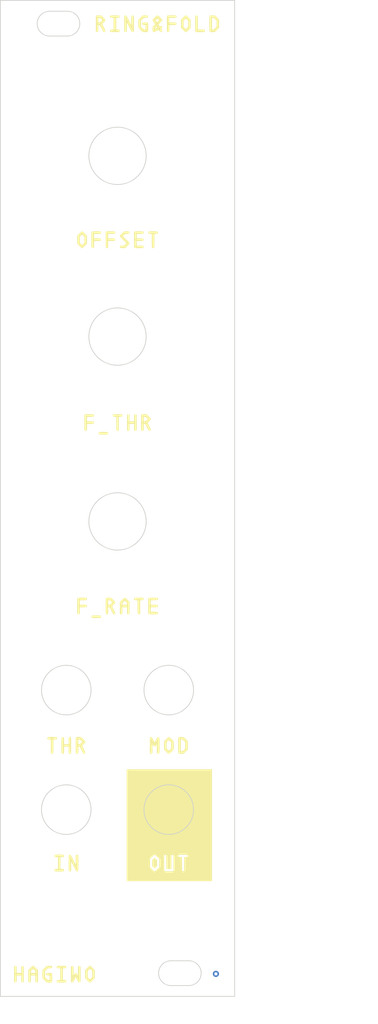
<source format=kicad_pcb>
(kicad_pcb (version 20171130) (host pcbnew "(5.1.10-1-10_14)")

  (general
    (thickness 1.6)
    (drawings 1)
    (tracks 1)
    (zones 0)
    (modules 1)
    (nets 1)
  )

  (page A4)
  (layers
    (0 F.Cu signal)
    (31 B.Cu signal)
    (32 B.Adhes user)
    (33 F.Adhes user)
    (34 B.Paste user)
    (35 F.Paste user)
    (36 B.SilkS user)
    (37 F.SilkS user)
    (38 B.Mask user)
    (39 F.Mask user)
    (40 Dwgs.User user)
    (41 Cmts.User user)
    (42 Eco1.User user)
    (43 Eco2.User user)
    (44 Edge.Cuts user)
    (45 Margin user)
    (46 B.CrtYd user)
    (47 F.CrtYd user)
    (48 B.Fab user)
    (49 F.Fab user)
  )

  (setup
    (last_trace_width 0.25)
    (trace_clearance 0.2)
    (zone_clearance 0.508)
    (zone_45_only no)
    (trace_min 0.2)
    (via_size 0.8)
    (via_drill 0.4)
    (via_min_size 0.4)
    (via_min_drill 0.3)
    (uvia_size 0.3)
    (uvia_drill 0.1)
    (uvias_allowed no)
    (uvia_min_size 0.2)
    (uvia_min_drill 0.1)
    (edge_width 0.05)
    (segment_width 0.2)
    (pcb_text_width 0.3)
    (pcb_text_size 1.5 1.5)
    (mod_edge_width 0.12)
    (mod_text_size 1 1)
    (mod_text_width 0.15)
    (pad_size 1.524 1.524)
    (pad_drill 0.762)
    (pad_to_mask_clearance 0)
    (aux_axis_origin 0 0)
    (visible_elements FFFFFF7F)
    (pcbplotparams
      (layerselection 0x010fc_ffffffff)
      (usegerberextensions false)
      (usegerberattributes true)
      (usegerberadvancedattributes true)
      (creategerberjobfile true)
      (excludeedgelayer true)
      (linewidth 0.100000)
      (plotframeref false)
      (viasonmask false)
      (mode 1)
      (useauxorigin false)
      (hpglpennumber 1)
      (hpglpenspeed 20)
      (hpglpendiameter 15.000000)
      (psnegative false)
      (psa4output false)
      (plotreference true)
      (plotvalue true)
      (plotinvisibletext false)
      (padsonsilk false)
      (subtractmaskfromsilk false)
      (outputformat 1)
      (mirror false)
      (drillshape 1)
      (scaleselection 1)
      (outputdirectory ""))
  )

  (net 0 "")

  (net_class Default "This is the default net class."
    (clearance 0.2)
    (trace_width 0.25)
    (via_dia 0.8)
    (via_drill 0.4)
    (uvia_dia 0.3)
    (uvia_drill 0.1)
  )

  (module Ring_Mod_Wave_Folder:panel (layer F.Cu) (tedit 0) (tstamp 6140D52E)
    (at 133.7945 98.7425)
    (fp_text reference Ref** (at 0 0) (layer F.SilkS) hide
      (effects (font (size 1.27 1.27) (thickness 0.15)))
    )
    (fp_text value Val** (at 0 0) (layer F.SilkS) hide
      (effects (font (size 1.27 1.27) (thickness 0.15)))
    )
    (fp_poly (pts (xy -12.190704 60.319082) (xy -12.149667 60.346167) (xy -12.13982 60.357249) (xy -12.131631 60.371527)
      (xy -12.124947 60.392728) (xy -12.119616 60.424578) (xy -12.115484 60.470803) (xy -12.1124 60.53513)
      (xy -12.11021 60.621286) (xy -12.108762 60.732996) (xy -12.107904 60.873988) (xy -12.107482 61.047988)
      (xy -12.107344 61.258722) (xy -12.107334 61.379644) (xy -12.107334 62.370787) (xy -12.156323 62.41681)
      (xy -12.224479 62.455745) (xy -12.298853 62.458661) (xy -12.366332 62.425733) (xy -12.378811 62.413844)
      (xy -12.394777 62.39486) (xy -12.406553 62.37262) (xy -12.414774 62.340837) (xy -12.420077 62.293224)
      (xy -12.423096 62.223494) (xy -12.424467 62.12536) (xy -12.424827 61.992535) (xy -12.424834 61.958761)
      (xy -12.424834 61.552667) (xy -13.0175 61.552667) (xy -13.0175 61.955795) (xy -13.017644 62.095772)
      (xy -13.018556 62.199748) (xy -13.02096 62.274054) (xy -13.025579 62.325022) (xy -13.033135 62.358985)
      (xy -13.044352 62.382274) (xy -13.059952 62.401221) (xy -13.069455 62.410879) (xy -13.135939 62.452694)
      (xy -13.209446 62.460754) (xy -13.276529 62.434446) (xy -13.292129 62.421038) (xy -13.328563 62.371487)
      (xy -13.345846 62.33108) (xy -13.348187 62.300396) (xy -13.350108 62.231903) (xy -13.351581 62.130124)
      (xy -13.35258 61.999582) (xy -13.35308 61.844799) (xy -13.353053 61.670299) (xy -13.352472 61.480603)
      (xy -13.351676 61.333824) (xy -13.345584 60.384732) (xy -13.295614 60.344283) (xy -13.223784 60.308597)
      (xy -13.148088 60.306991) (xy -13.081745 60.3386) (xy -13.06137 60.359604) (xy -13.045978 60.381819)
      (xy -13.034666 60.40792) (xy -13.026811 60.444369) (xy -13.02179 60.49763) (xy -13.01898 60.574164)
      (xy -13.017758 60.680433) (xy -13.0175 60.814688) (xy -13.0175 61.214) (xy -12.424834 61.214)
      (xy -12.424834 60.80125) (xy -12.424566 60.658403) (xy -12.423381 60.551766) (xy -12.420711 60.475217)
      (xy -12.415986 60.422634) (xy -12.408636 60.387895) (xy -12.398091 60.364878) (xy -12.383783 60.34746)
      (xy -12.3825 60.346167) (xy -12.321455 60.311806) (xy -12.266084 60.303833) (xy -12.190704 60.319082)) (layer F.SilkS) (width 0.01))
    (fp_poly (pts (xy -10.851396 60.305831) (xy -10.787712 60.339097) (xy -10.712466 60.401402) (xy -10.618587 60.492761)
      (xy -10.536003 60.576017) (xy -10.265834 60.848201) (xy -10.265834 62.358924) (xy -10.317788 62.410879)
      (xy -10.38764 62.453981) (xy -10.465632 62.45898) (xy -10.540298 62.42529) (xy -10.543947 62.422411)
      (xy -10.561101 62.407197) (xy -10.573912 62.389179) (xy -10.583134 62.362283) (xy -10.589522 62.320436)
      (xy -10.593829 62.257562) (xy -10.596811 62.167589) (xy -10.599221 62.044443) (xy -10.600467 61.967327)
      (xy -10.607016 61.552667) (xy -11.176 61.552667) (xy -11.176 61.934718) (xy -11.177329 62.098855)
      (xy -11.18241 62.225456) (xy -11.192882 62.319264) (xy -11.210387 62.385023) (xy -11.236564 62.427477)
      (xy -11.273054 62.45137) (xy -11.321497 62.461445) (xy -11.35861 62.462833) (xy -11.409362 62.448234)
      (xy -11.460654 62.412898) (xy -11.462713 62.410879) (xy -11.514667 62.358924) (xy -11.514667 61.102307)
      (xy -11.176 61.102307) (xy -11.176 61.214) (xy -10.6045 61.214) (xy -10.6045 61.103406)
      (xy -10.605787 61.050776) (xy -10.613408 61.010757) (xy -10.633007 60.973276) (xy -10.670227 60.928264)
      (xy -10.73071 60.865647) (xy -10.746826 60.849388) (xy -10.889151 60.705963) (xy -11.032576 60.848289)
      (xy -11.099081 60.915225) (xy -11.141004 60.96259) (xy -11.164013 61.000427) (xy -11.173779 61.038776)
      (xy -11.175971 61.08768) (xy -11.176 61.102307) (xy -11.514667 61.102307) (xy -11.514667 60.84538)
      (xy -11.243894 60.574607) (xy -11.131946 60.462885) (xy -11.043795 60.380132) (xy -10.972366 60.326363)
      (xy -10.910591 60.301591) (xy -10.851396 60.305831)) (layer F.SilkS) (width 0.01))
    (fp_poly (pts (xy -8.692978 60.30552) (xy -8.590214 60.312037) (xy -8.5188 60.325573) (xy -8.473285 60.348316)
      (xy -8.448219 60.382454) (xy -8.438152 60.430173) (xy -8.437034 60.462583) (xy -8.443246 60.524263)
      (xy -8.465669 60.568107) (xy -8.509976 60.596902) (xy -8.581845 60.613432) (xy -8.686952 60.620485)
      (xy -8.760495 60.621333) (xy -8.986133 60.621333) (xy -9.355667 60.992587) (xy -9.355667 61.754632)
      (xy -9.17004 61.939399) (xy -8.984413 62.124167) (xy -8.763 62.124167) (xy -8.763 61.552667)
      (xy -8.920755 61.552667) (xy -9.005938 61.549498) (xy -9.08066 61.541169) (xy -9.129414 61.529443)
      (xy -9.130991 61.528754) (xy -9.186493 61.482959) (xy -9.215779 61.416759) (xy -9.217551 61.343735)
      (xy -9.190516 61.277469) (xy -9.158039 61.245256) (xy -9.127572 61.231641) (xy -9.077552 61.222426)
      (xy -9.001451 61.217008) (xy -8.89274 61.214783) (xy -8.827082 61.214673) (xy -8.699009 61.21606)
      (xy -8.606326 61.220902) (xy -8.542115 61.231261) (xy -8.499456 61.249201) (xy -8.471428 61.276787)
      (xy -8.451113 61.316082) (xy -8.446333 61.328228) (xy -8.438875 61.369709) (xy -8.432972 61.445507)
      (xy -8.428624 61.547633) (xy -8.425832 61.668098) (xy -8.424594 61.798915) (xy -8.424912 61.932094)
      (xy -8.426785 62.059647) (xy -8.430213 62.173586) (xy -8.435195 62.265922) (xy -8.441733 62.328667)
      (xy -8.446333 62.348605) (xy -8.465485 62.390755) (xy -8.490386 62.420945) (xy -8.527857 62.441166)
      (xy -8.58472 62.453411) (xy -8.667794 62.459671) (xy -8.783901 62.461938) (xy -8.835196 62.46216)
      (xy -9.129642 62.462833) (xy -9.391405 62.204049) (xy -9.504741 62.089328) (xy -9.587744 61.998965)
      (xy -9.642676 61.930306) (xy -9.671797 61.880697) (xy -9.675395 61.870674) (xy -9.682822 61.822005)
      (xy -9.688151 61.735676) (xy -9.691252 61.616316) (xy -9.691997 61.468553) (xy -9.690686 61.324453)
      (xy -9.68375 60.852823) (xy -9.406989 60.578328) (xy -9.130227 60.303833) (xy -8.832542 60.303833)
      (xy -8.692978 60.30552)) (layer F.SilkS) (width 0.01))
    (fp_poly (pts (xy -7.066571 60.303919) (xy -6.939619 60.304474) (xy -6.844427 60.305945) (xy -6.77571 60.308777)
      (xy -6.728182 60.313417) (xy -6.696556 60.32031) (xy -6.675545 60.329903) (xy -6.659864 60.342642)
      (xy -6.650023 60.352822) (xy -6.611089 60.420979) (xy -6.608173 60.495352) (xy -6.641101 60.562832)
      (xy -6.65299 60.57531) (xy -6.683877 60.598802) (xy -6.722229 60.612743) (xy -6.779343 60.619471)
      (xy -6.866514 60.621325) (xy -6.87524 60.621333) (xy -7.0485 60.621333) (xy -7.0485 62.119822)
      (xy -6.866712 62.127288) (xy -6.775895 62.132274) (xy -6.717014 62.139969) (xy -6.679672 62.153059)
      (xy -6.653471 62.174231) (xy -6.644462 62.184722) (xy -6.608769 62.256542) (xy -6.607156 62.332235)
      (xy -6.638758 62.398579) (xy -6.659772 62.418964) (xy -6.679222 62.432673) (xy -6.701965 62.443189)
      (xy -6.733508 62.450932) (xy -6.779355 62.456325) (xy -6.845014 62.45979) (xy -6.935988 62.461748)
      (xy -7.057785 62.462621) (xy -7.21591 62.462832) (xy -7.232234 62.462833) (xy -7.748925 62.462833)
      (xy -7.800879 62.410879) (xy -7.843975 62.348413) (xy -7.848626 62.280164) (xy -7.829333 62.222747)
      (xy -7.795622 62.175874) (xy -7.740851 62.145393) (xy -7.658212 62.128945) (xy -7.544921 62.124167)
      (xy -7.387167 62.124167) (xy -7.387167 60.621333) (xy -7.576131 60.621333) (xy -7.667143 60.620548)
      (xy -7.726065 60.616559) (xy -7.763133 60.606913) (xy -7.788584 60.589158) (xy -7.808964 60.565562)
      (xy -7.839884 60.512453) (xy -7.852833 60.462788) (xy -7.852834 60.462583) (xy -7.84001 60.413007)
      (xy -7.809154 60.359846) (xy -7.808964 60.359604) (xy -7.765095 60.303833) (xy -7.230571 60.303833)
      (xy -7.066571 60.303919)) (layer F.SilkS) (width 0.01))
    (fp_poly (pts (xy -4.865366 60.312705) (xy -4.818518 60.345264) (xy -4.80637 60.359604) (xy -4.795993 60.373883)
      (xy -4.787398 60.390501) (xy -4.780418 60.413314) (xy -4.774887 60.446179) (xy -4.77064 60.49295)
      (xy -4.767508 60.557485) (xy -4.765328 60.643639) (xy -4.763932 60.755269) (xy -4.763154 60.89623)
      (xy -4.762828 61.070379) (xy -4.762788 61.281571) (xy -4.762813 61.370313) (xy -4.762978 61.606973)
      (xy -4.763554 61.804916) (xy -4.764912 61.96776) (xy -4.767427 62.09912) (xy -4.771469 62.202614)
      (xy -4.777412 62.281857) (xy -4.785628 62.340468) (xy -4.796489 62.382062) (xy -4.810368 62.410257)
      (xy -4.827637 62.428668) (xy -4.848669 62.440913) (xy -4.873837 62.450609) (xy -4.874075 62.450693)
      (xy -4.921872 62.463748) (xy -4.963082 62.463351) (xy -5.001638 62.445441) (xy -5.041473 62.405955)
      (xy -5.086522 62.340835) (xy -5.140716 62.246018) (xy -5.207989 62.117443) (xy -5.220421 62.093091)
      (xy -5.392592 61.755098) (xy -5.545402 62.061341) (xy -5.600409 62.169133) (xy -5.652381 62.266542)
      (xy -5.697013 62.345816) (xy -5.729997 62.399207) (xy -5.742046 62.415208) (xy -5.804356 62.455074)
      (xy -5.877306 62.457362) (xy -5.951733 62.421913) (xy -5.955563 62.418964) (xy -6.011334 62.375094)
      (xy -6.011334 61.385788) (xy -6.011285 61.155476) (xy -6.011036 60.963751) (xy -6.010429 60.806869)
      (xy -6.009309 60.681083) (xy -6.00752 60.582648) (xy -6.004905 60.507819) (xy -6.001308 60.452849)
      (xy -5.996574 60.413993) (xy -5.990547 60.387507) (xy -5.983069 60.369643) (xy -5.973986 60.356657)
      (xy -5.968176 60.350158) (xy -5.908073 60.313607) (xy -5.832014 60.304337) (xy -5.758169 60.324553)
      (xy -5.733689 60.342645) (xy -5.714241 60.370864) (xy -5.699258 60.413764) (xy -5.688171 60.475905)
      (xy -5.680413 60.561843) (xy -5.675417 60.676136) (xy -5.672616 60.82334) (xy -5.671442 61.008013)
      (xy -5.671409 61.021367) (xy -5.670151 61.56325) (xy -5.593107 61.410612) (xy -5.543104 61.320494)
      (xy -5.499699 61.263883) (xy -5.457405 61.233715) (xy -5.454799 61.232598) (xy -5.392286 61.215975)
      (xy -5.338463 61.2256) (xy -5.287773 61.265334) (xy -5.234656 61.339035) (xy -5.191852 61.415181)
      (xy -5.102619 61.584417) (xy -5.101893 60.999896) (xy -5.101543 60.8269) (xy -5.100735 60.691124)
      (xy -5.099113 60.587456) (xy -5.09632 60.510783) (xy -5.092002 60.455991) (xy -5.085801 60.41797)
      (xy -5.077362 60.391604) (xy -5.066329 60.371782) (xy -5.057298 60.359604) (xy -5.012333 60.318943)
      (xy -4.953281 60.304426) (xy -4.931834 60.303833) (xy -4.865366 60.312705)) (layer F.SilkS) (width 0.01))
    (fp_poly (pts (xy -3.521977 60.310088) (xy -3.460762 60.341742) (xy -3.388186 60.401784) (xy -3.297163 60.490165)
      (xy -3.212941 60.574607) (xy -2.942167 60.84538) (xy -2.942167 61.921286) (xy -3.212941 62.19206)
      (xy -3.321798 62.301065) (xy -3.406959 62.38191) (xy -3.475528 62.434555) (xy -3.534605 62.458963)
      (xy -3.591296 62.455094) (xy -3.652702 62.422909) (xy -3.725926 62.362371) (xy -3.81807 62.27344)
      (xy -3.903656 62.188297) (xy -4.180417 61.91376) (xy -4.180417 60.990614) (xy -3.852334 60.990614)
      (xy -3.852334 61.773854) (xy -3.56765 62.060736) (xy -3.413658 61.907773) (xy -3.259667 61.754809)
      (xy -3.259667 60.990614) (xy -3.407834 60.843583) (xy -3.556 60.696552) (xy -3.852334 60.990614)
      (xy -4.180417 60.990614) (xy -4.180417 60.854779) (xy -3.905556 60.579306) (xy -3.794892 60.468303)
      (xy -3.708287 60.385929) (xy -3.638655 60.332133) (xy -3.578913 60.306869) (xy -3.521977 60.310088)) (layer F.SilkS) (width 0.01))
    (fp_poly (pts (xy 12.192 49.381833) (xy 1.185333 49.381833) (xy 1.185333 46.520776) (xy 4.191 46.520776)
      (xy 4.191 47.570286) (xy 4.461773 47.84106) (xy 4.562716 47.9409) (xy 4.639425 48.013714)
      (xy 4.696628 48.063354) (xy 4.739052 48.093669) (xy 4.771425 48.108509) (xy 4.79425 48.111833)
      (xy 4.821842 48.106992) (xy 4.855524 48.089902) (xy 4.900025 48.056713) (xy 4.960072 48.003574)
      (xy 5.040392 47.926636) (xy 5.126726 47.84106) (xy 5.3975 47.570286) (xy 5.3975 46.792335)
      (xy 6.014727 46.792335) (xy 6.015749 47.044081) (xy 6.015981 47.082487) (xy 6.021916 48.030934)
      (xy 6.071886 48.071384) (xy 6.090498 48.084182) (xy 6.11433 48.093969) (xy 6.148876 48.101144)
      (xy 6.199636 48.106107) (xy 6.272107 48.109257) (xy 6.371784 48.110994) (xy 6.504166 48.111716)
      (xy 6.628473 48.111833) (xy 7.13509 48.111833) (xy 7.187045 48.059879) (xy 7.239 48.007924)
      (xy 7.239 47.046224) (xy 7.238899 46.818177) (xy 7.238504 46.628696) (xy 7.237677 46.474014)
      (xy 7.236278 46.350363) (xy 7.234169 46.253976) (xy 7.231211 46.181086) (xy 7.230027 46.16513)
      (xy 7.857696 46.16513) (xy 7.882808 46.218663) (xy 7.904446 46.239024) (xy 7.939853 46.252861)
      (xy 7.997953 46.262201) (xy 8.087667 46.269069) (xy 8.11035 46.270333) (xy 8.307916 46.280917)
      (xy 8.3185 47.166346) (xy 8.321171 47.383408) (xy 8.323654 47.562041) (xy 8.326168 47.706148)
      (xy 8.328934 47.819632) (xy 8.332171 47.906395) (xy 8.336101 47.970341) (xy 8.340943 48.015372)
      (xy 8.346917 48.04539) (xy 8.354245 48.064299) (xy 8.363146 48.076001) (xy 8.37017 48.081804)
      (xy 8.439719 48.109654) (xy 8.511041 48.097036) (xy 8.562878 48.059879) (xy 8.614833 48.007924)
      (xy 8.614833 46.270333) (xy 8.798374 46.270333) (xy 8.909998 46.266409) (xy 8.985861 46.252493)
      (xy 9.031989 46.225367) (xy 9.05441 46.181812) (xy 9.059333 46.131006) (xy 9.044149 46.063235)
      (xy 9.003562 46.017869) (xy 8.983692 46.003899) (xy 8.960445 45.993253) (xy 8.928171 45.985481)
      (xy 8.881224 45.980133) (xy 8.813955 45.976761) (xy 8.720718 45.974914) (xy 8.595863 45.974144)
      (xy 8.452266 45.974) (xy 7.956742 45.974) (xy 7.904787 46.025954) (xy 7.861335 46.093528)
      (xy 7.857696 46.16513) (xy 7.230027 46.16513) (xy 7.227265 46.127925) (xy 7.222193 46.090727)
      (xy 7.215855 46.065724) (xy 7.208113 46.049148) (xy 7.201958 46.040747) (xy 7.138789 45.992661)
      (xy 7.068785 45.984591) (xy 6.999958 46.016673) (xy 6.942666 46.061739) (xy 6.942666 47.816632)
      (xy 6.630458 47.810774) (xy 6.31825 47.804917) (xy 6.307666 46.922953) (xy 6.305155 46.733925)
      (xy 6.302353 46.558324) (xy 6.299367 46.400603) (xy 6.296302 46.265214) (xy 6.293263 46.156611)
      (xy 6.290358 46.079246) (xy 6.28769 46.037573) (xy 6.2865 46.031528) (xy 6.261474 46.015519)
      (xy 6.226371 45.996261) (xy 6.161466 45.983873) (xy 6.096391 46.005264) (xy 6.045465 46.054434)
      (xy 6.033672 46.077002) (xy 6.02739 46.109503) (xy 6.022394 46.174575) (xy 6.018659 46.273807)
      (xy 6.016154 46.408786) (xy 6.014853 46.581099) (xy 6.014727 46.792335) (xy 5.3975 46.792335)
      (xy 5.3975 46.521054) (xy 5.159375 46.277191) (xy 5.051762 46.168561) (xy 4.967633 46.088248)
      (xy 4.902218 46.033042) (xy 4.85075 45.999731) (xy 4.808458 45.985106) (xy 4.770576 45.985955)
      (xy 4.740795 45.995389) (xy 4.706074 46.018592) (xy 4.648667 46.066745) (xy 4.574992 46.134054)
      (xy 4.491467 46.214728) (xy 4.436052 46.270445) (xy 4.191 46.520776) (xy 1.185333 46.520776)
      (xy 1.185333 34.946167) (xy 12.192 34.946167) (xy 12.192 49.381833)) (layer F.SilkS) (width 0.01))
    (fp_poly (pts (xy -7.203707 45.95645) (xy -7.117264 45.958626) (xy -7.063331 45.961811) (xy -7.053709 45.963107)
      (xy -6.973171 45.995333) (xy -6.921674 46.051066) (xy -6.902795 46.121399) (xy -6.920113 46.197423)
      (xy -6.944203 46.235729) (xy -6.967849 46.262408) (xy -6.994317 46.278872) (xy -7.033843 46.287573)
      (xy -7.096666 46.290963) (xy -7.177037 46.2915) (xy -7.366 46.2915) (xy -7.366 47.794333)
      (xy -7.185122 47.794333) (xy -7.094856 47.795477) (xy -7.035797 47.800558) (xy -6.996844 47.812055)
      (xy -6.966895 47.832445) (xy -6.952288 47.846288) (xy -6.909007 47.914486) (xy -6.900334 47.963667)
      (xy -6.920121 48.037956) (xy -6.952288 48.081045) (xy -7.004243 48.133) (xy -8.045258 48.133)
      (xy -8.097213 48.081045) (xy -8.140316 48.011195) (xy -8.145312 47.933212) (xy -8.111618 47.858561)
      (xy -8.108717 47.854886) (xy -8.084947 47.830688) (xy -8.054466 47.815121) (xy -8.00729 47.805722)
      (xy -7.933432 47.800033) (xy -7.875884 47.797519) (xy -7.6835 47.790121) (xy -7.6835 46.2915)
      (xy -7.864379 46.2915) (xy -7.954645 46.290356) (xy -8.013704 46.285275) (xy -8.052657 46.273778)
      (xy -8.082606 46.253388) (xy -8.097213 46.239545) (xy -8.140722 46.172397) (xy -8.142311 46.101078)
      (xy -8.101975 46.027379) (xy -8.098122 46.022805) (xy -8.047077 45.963417) (xy -7.58483 45.95684)
      (xy -7.444816 45.955471) (xy -7.315333 45.95537) (xy -7.203707 45.95645)) (layer F.SilkS) (width 0.01))
    (fp_poly (pts (xy -6.104116 45.969047) (xy -6.073379 45.989754) (xy -6.039333 46.027724) (xy -5.999476 46.086303)
      (xy -5.951308 46.168837) (xy -5.892329 46.278671) (xy -5.820038 46.419152) (xy -5.731934 46.593625)
      (xy -5.714034 46.629234) (xy -5.39979 47.254583) (xy -5.398645 46.660314) (xy -5.3975 46.066046)
      (xy -5.345068 46.016788) (xy -5.274521 45.975594) (xy -5.198501 45.971932) (xy -5.128454 46.005319)
      (xy -5.106459 46.02683) (xy -5.058834 46.082194) (xy -5.058834 47.032518) (xy -5.059272 47.290773)
      (xy -5.060609 47.508169) (xy -5.062881 47.686169) (xy -5.066123 47.82624) (xy -5.070368 47.929846)
      (xy -5.075653 47.998451) (xy -5.082012 48.03352) (xy -5.082746 48.035323) (xy -5.128772 48.0903)
      (xy -5.197332 48.122512) (xy -5.271702 48.125029) (xy -5.288358 48.120514) (xy -5.306534 48.110061)
      (xy -5.328019 48.088063) (xy -5.354929 48.050852) (xy -5.389385 47.994761) (xy -5.433504 47.916124)
      (xy -5.489406 47.811272) (xy -5.559209 47.676538) (xy -5.645031 47.508254) (xy -5.66633 47.46625)
      (xy -5.988077 46.83125) (xy -5.989122 47.438255) (xy -5.990167 48.045261) (xy -6.045938 48.08913)
      (xy -6.099047 48.12005) (xy -6.148712 48.132999) (xy -6.148917 48.133) (xy -6.198493 48.120176)
      (xy -6.251654 48.08932) (xy -6.251896 48.08913) (xy -6.307667 48.045261) (xy -6.307667 47.061155)
      (xy -6.30722 46.825325) (xy -6.305915 46.615198) (xy -6.303806 46.43342) (xy -6.300945 46.282638)
      (xy -6.297387 46.165501) (xy -6.293186 46.084654) (xy -6.288395 46.042745) (xy -6.286947 46.038335)
      (xy -6.25293 46.004101) (xy -6.201476 45.977047) (xy -6.165664 45.966039) (xy -6.134044 45.962257)
      (xy -6.104116 45.969047)) (layer F.SilkS) (width 0.01))
    (fp_poly (pts (xy -8.465026 30.779667) (xy -8.395238 30.780466) (xy -7.912594 30.786917) (xy -7.861547 30.846305)
      (xy -7.818629 30.920091) (xy -7.817637 30.991608) (xy -7.858565 31.059064) (xy -7.862455 31.063045)
      (xy -7.892035 31.088644) (xy -7.925231 31.104148) (xy -7.973143 31.112035) (xy -8.046874 31.11478)
      (xy -8.095288 31.115) (xy -8.276167 31.115) (xy -8.276167 31.980488) (xy -8.276286 32.19601)
      (xy -8.276749 32.373192) (xy -8.277721 32.516028) (xy -8.279362 32.62851) (xy -8.281837 32.714631)
      (xy -8.285307 32.778385) (xy -8.289935 32.823765) (xy -8.295883 32.854764) (xy -8.303314 32.875375)
      (xy -8.31239 32.88959) (xy -8.313209 32.890591) (xy -8.37712 32.938615) (xy -8.451237 32.948953)
      (xy -8.525047 32.920833) (xy -8.542589 32.907387) (xy -8.60425 32.854364) (xy -8.616196 31.115)
      (xy -8.791742 31.115) (xy -8.880827 31.113723) (xy -8.938625 31.108271) (xy -8.976146 31.096209)
      (xy -9.004401 31.075101) (xy -9.013311 31.066011) (xy -9.052375 30.997804) (xy -9.056126 30.923914)
      (xy -9.028045 30.855599) (xy -8.971614 30.804118) (xy -8.926813 30.786296) (xy -8.89206 30.783026)
      (xy -8.821744 30.780654) (xy -8.722625 30.779254) (xy -8.601465 30.7789) (xy -8.465026 30.779667)) (layer F.SilkS) (width 0.01))
    (fp_poly (pts (xy -6.984773 30.804793) (xy -6.930067 30.847888) (xy -6.920692 30.862511) (xy -6.914299 30.894957)
      (xy -6.908729 30.962404) (xy -6.90432 31.057521) (xy -6.901409 31.172978) (xy -6.900334 31.301445)
      (xy -6.900334 31.707667) (xy -6.307667 31.707667) (xy -6.307667 31.297261) (xy -6.307319 31.153742)
      (xy -6.305919 31.046337) (xy -6.302929 30.968832) (xy -6.297814 30.915011) (xy -6.290039 30.87866)
      (xy -6.279067 30.853563) (xy -6.268061 30.837945) (xy -6.212732 30.7999) (xy -6.14091 30.788665)
      (xy -6.069419 30.804932) (xy -6.033553 30.828297) (xy -6.02351 30.838392) (xy -6.01515 30.851348)
      (xy -6.008318 30.87086) (xy -6.002861 30.900626) (xy -5.998623 30.944342) (xy -5.995452 31.005705)
      (xy -5.993192 31.08841) (xy -5.991689 31.196155) (xy -5.99079 31.332636) (xy -5.990339 31.501549)
      (xy -5.990183 31.706591) (xy -5.990167 31.868161) (xy -5.990167 32.868761) (xy -6.045938 32.91263)
      (xy -6.120352 32.950808) (xy -6.191937 32.946966) (xy -6.255713 32.904545) (xy -6.273532 32.885665)
      (xy -6.286725 32.865596) (xy -6.295988 32.83811) (xy -6.302015 32.796976) (xy -6.305502 32.735964)
      (xy -6.307144 32.648845) (xy -6.307635 32.529388) (xy -6.307667 32.438879) (xy -6.307667 32.025167)
      (xy -6.900334 32.025167) (xy -6.900334 32.435572) (xy -6.900991 32.591502) (xy -6.903956 32.710496)
      (xy -6.910721 32.797939) (xy -6.92278 32.85922) (xy -6.941624 32.899727) (xy -6.968746 32.924848)
      (xy -7.005638 32.93997) (xy -7.042361 32.948329) (xy -7.092678 32.951533) (xy -7.134452 32.933002)
      (xy -7.174652 32.897104) (xy -7.239 32.832756) (xy -7.238688 31.88392) (xy -7.238536 31.648815)
      (xy -7.237991 31.452353) (xy -7.236668 31.290843) (xy -7.234181 31.160595) (xy -7.230146 31.057917)
      (xy -7.224178 30.979119) (xy -7.215891 30.92051) (xy -7.2049 30.878399) (xy -7.190821 30.849097)
      (xy -7.173267 30.828912) (xy -7.151855 30.814153) (xy -7.126198 30.80113) (xy -7.125675 30.800879)
      (xy -7.055677 30.787409) (xy -6.984773 30.804793)) (layer F.SilkS) (width 0.01))
    (fp_poly (pts (xy -5.100361 30.773896) (xy -5.010309 30.777854) (xy -4.95422 30.779809) (xy -4.697627 30.786917)
      (xy -4.423147 31.063678) (xy -4.313514 31.174512) (xy -4.232322 31.261158) (xy -4.178898 31.330161)
      (xy -4.152571 31.388065) (xy -4.152666 31.441416) (xy -4.178512 31.496759) (xy -4.229436 31.560637)
      (xy -4.304765 31.639596) (xy -4.358378 31.693873) (xy -4.568089 31.906385) (xy -4.358378 32.325407)
      (xy -4.296977 32.450429) (xy -4.242673 32.565475) (xy -4.198253 32.664265) (xy -4.166508 32.740522)
      (xy -4.150226 32.787964) (xy -4.148667 32.797548) (xy -4.167938 32.860932) (xy -4.218368 32.915239)
      (xy -4.287555 32.948135) (xy -4.324112 32.952377) (xy -4.358959 32.943316) (xy -4.395005 32.917175)
      (xy -4.435158 32.870178) (xy -4.482328 32.798547) (xy -4.539424 32.698505) (xy -4.609354 32.566273)
      (xy -4.664179 32.459083) (xy -4.878917 32.03575) (xy -4.968875 32.029241) (xy -5.058834 32.022732)
      (xy -5.058834 32.832756) (xy -5.120706 32.894628) (xy -5.181435 32.94171) (xy -5.241347 32.95284)
      (xy -5.306158 32.935185) (xy -5.35334 32.902236) (xy -5.37495 32.874419) (xy -5.38123 32.840579)
      (xy -5.386489 32.764467) (xy -5.390726 32.64613) (xy -5.39394 32.485618) (xy -5.39613 32.28298)
      (xy -5.397294 32.038263) (xy -5.3975 31.861216) (xy -5.397941 31.617292) (xy -5.398351 31.412348)
      (xy -5.397366 31.243054) (xy -5.393864 31.115) (xy -5.058834 31.115) (xy -5.058834 31.707667)
      (xy -4.95879 31.707667) (xy -4.9119 31.706058) (xy -4.874315 31.697577) (xy -4.836924 31.676738)
      (xy -4.790617 31.638055) (xy -4.726284 31.576044) (xy -4.704791 31.554739) (xy -4.550835 31.401811)
      (xy -4.693142 31.258405) (xy -4.760073 31.191905) (xy -4.807435 31.149987) (xy -4.845272 31.126982)
      (xy -4.883625 31.11722) (xy -4.932538 31.115029) (xy -4.947141 31.115) (xy -5.058834 31.115)
      (xy -5.393864 31.115) (xy -5.393619 31.106077) (xy -5.385746 30.998086) (xy -5.37238 30.915749)
      (xy -5.352155 30.855734) (xy -5.323707 30.814711) (xy -5.285669 30.789347) (xy -5.236676 30.776311)
      (xy -5.175362 30.772271) (xy -5.100361 30.773896)) (layer F.SilkS) (width 0.01))
    (fp_poly (pts (xy 5.335468 30.809244) (xy 5.377049 30.845478) (xy 5.386794 30.857351) (xy 5.394887 30.872677)
      (xy 5.401481 30.895218) (xy 5.40673 30.928735) (xy 5.410787 30.976991) (xy 5.413804 31.043746)
      (xy 5.415936 31.132764) (xy 5.417334 31.247805) (xy 5.418152 31.392633) (xy 5.418544 31.571007)
      (xy 5.418661 31.786691) (xy 5.418666 31.868063) (xy 5.418676 32.106076) (xy 5.418395 32.305303)
      (xy 5.417357 32.469289) (xy 5.415095 32.601581) (xy 5.411144 32.705726) (xy 5.405037 32.78527)
      (xy 5.396308 32.843759) (xy 5.38449 32.88474) (xy 5.369117 32.911759) (xy 5.349724 32.928362)
      (xy 5.325843 32.938096) (xy 5.297009 32.944506) (xy 5.276639 32.948329) (xy 5.226322 32.951533)
      (xy 5.184548 32.933002) (xy 5.144348 32.897104) (xy 5.08 32.832756) (xy 5.078958 32.254336)
      (xy 5.077917 31.675917) (xy 5.002934 31.824083) (xy 4.953464 31.916244) (xy 4.912521 31.97569)
      (xy 4.873159 32.009113) (xy 4.828436 32.023204) (xy 4.79425 32.025167) (xy 4.742553 32.019846)
      (xy 4.700609 31.999424) (xy 4.661473 31.957208) (xy 4.618201 31.886509) (xy 4.585565 31.824083)
      (xy 4.510582 31.675917) (xy 4.509541 32.254336) (xy 4.5085 32.832756) (xy 4.446628 32.894628)
      (xy 4.385899 32.94171) (xy 4.325986 32.95284) (xy 4.261175 32.935185) (xy 4.213994 32.902236)
      (xy 4.192383 32.874419) (xy 4.186103 32.840579) (xy 4.180844 32.764467) (xy 4.176607 32.64613)
      (xy 4.173393 32.485618) (xy 4.171204 32.28298) (xy 4.170039 32.038263) (xy 4.169833 31.861216)
      (xy 4.169894 31.63304) (xy 4.17018 31.443422) (xy 4.170845 31.288584) (xy 4.172045 31.164751)
      (xy 4.173934 31.068145) (xy 4.176667 30.994992) (xy 4.180398 30.941514) (xy 4.185283 30.903936)
      (xy 4.191476 30.87848) (xy 4.199131 30.861371) (xy 4.208404 30.848833) (xy 4.21145 30.845478)
      (xy 4.278897 30.795045) (xy 4.349924 30.786269) (xy 4.397034 30.801473) (xy 4.424357 30.821399)
      (xy 4.45629 30.859683) (xy 4.495878 30.921139) (xy 4.546165 31.010582) (xy 4.610198 31.132824)
      (xy 4.625117 31.162016) (xy 4.794652 31.494781) (xy 4.963784 31.162016) (xy 5.030778 31.032604)
      (xy 5.083442 30.936964) (xy 5.124827 30.870266) (xy 5.157983 30.827678) (xy 5.185959 30.804372)
      (xy 5.191465 30.801473) (xy 5.266132 30.784738) (xy 5.335468 30.809244)) (layer F.SilkS) (width 0.01))
    (fp_poly (pts (xy 6.683558 30.799165) (xy 6.72 30.822287) (xy 6.778375 30.869942) (xy 6.851917 30.935544)
      (xy 6.933858 31.012505) (xy 7.017433 31.094241) (xy 7.095873 31.174164) (xy 7.162412 31.245689)
      (xy 7.210283 31.302229) (xy 7.2299 31.330907) (xy 7.240972 31.373781) (xy 7.249785 31.451101)
      (xy 7.256338 31.55504) (xy 7.260632 31.677771) (xy 7.262667 31.811468) (xy 7.262443 31.948305)
      (xy 7.25996 32.080454) (xy 7.255218 32.200089) (xy 7.248216 32.299383) (xy 7.238956 32.370511)
      (xy 7.229894 32.401926) (xy 7.204686 32.436286) (xy 7.155069 32.493461) (xy 7.087084 32.566854)
      (xy 7.006768 32.649867) (xy 6.960019 32.696747) (xy 6.854162 32.799509) (xy 6.771158 32.873427)
      (xy 6.705678 32.921242) (xy 6.652389 32.945694) (xy 6.60596 32.949527) (xy 6.561059 32.93548)
      (xy 6.529916 32.917901) (xy 6.492967 32.8887) (xy 6.433845 32.835312) (xy 6.35949 32.764281)
      (xy 6.276843 32.682154) (xy 6.238875 32.643401) (xy 6.011333 32.409144) (xy 6.011333 31.484281)
      (xy 6.328833 31.484281) (xy 6.328833 32.246354) (xy 6.47114 32.38976) (xy 6.533432 32.451485)
      (xy 6.584257 32.499885) (xy 6.616586 32.528368) (xy 6.624067 32.533167) (xy 6.642689 32.519223)
      (xy 6.684031 32.481755) (xy 6.741013 32.427303) (xy 6.778093 32.390859) (xy 6.9215 32.248552)
      (xy 6.9215 31.484281) (xy 6.625166 31.190219) (xy 6.477 31.33725) (xy 6.328833 31.484281)
      (xy 6.011333 31.484281) (xy 6.011333 31.336639) (xy 6.281208 31.069904) (xy 6.370451 30.982992)
      (xy 6.451512 30.906461) (xy 6.518803 30.845398) (xy 6.566732 30.804893) (xy 6.588308 30.790345)
      (xy 6.634946 30.787979) (xy 6.683558 30.799165)) (layer F.SilkS) (width 0.01))
    (fp_poly (pts (xy 8.805963 31.063678) (xy 9.0805 31.34044) (xy 9.0805 32.397603) (xy 8.798286 32.677051)
      (xy 8.516072 32.9565) (xy 8.242661 32.955067) (xy 8.135462 32.952875) (xy 8.040479 32.947928)
      (xy 7.967432 32.940935) (xy 7.926039 32.93261) (xy 7.924039 32.931744) (xy 7.902925 32.920083)
      (xy 7.885296 32.904903) (xy 7.870839 32.882547) (xy 7.85924 32.849362) (xy 7.850186 32.801692)
      (xy 7.843361 32.735882) (xy 7.838453 32.648277) (xy 7.835147 32.535223) (xy 7.833131 32.393065)
      (xy 7.832089 32.218148) (xy 7.831708 32.006818) (xy 7.831666 31.856018) (xy 7.831666 31.115)
      (xy 8.170333 31.115) (xy 8.170333 32.617833) (xy 8.281016 32.617833) (xy 8.329108 32.61694)
      (xy 8.366601 32.610893) (xy 8.401786 32.594635) (xy 8.442958 32.563113) (xy 8.49841 32.511271)
      (xy 8.566766 32.443675) (xy 8.741833 32.269518) (xy 8.741833 31.465134) (xy 8.393517 31.115)
      (xy 8.170333 31.115) (xy 7.831666 31.115) (xy 7.831666 30.905694) (xy 7.88275 30.846305)
      (xy 7.933834 30.786917) (xy 8.531427 30.786917) (xy 8.805963 31.063678)) (layer F.SilkS) (width 0.01))
    (fp_poly (pts (xy -2.15713 15.152386) (xy -2.121343 15.226528) (xy -2.124278 15.304619) (xy -2.165353 15.375195)
      (xy -2.168622 15.378545) (xy -2.220576 15.4305) (xy -3.261591 15.4305) (xy -3.313546 15.378545)
      (xy -3.356649 15.308696) (xy -3.361644 15.230717) (xy -3.327948 15.156073) (xy -3.325037 15.152386)
      (xy -3.284574 15.102417) (xy -2.197594 15.102417) (xy -2.15713 15.152386)) (layer F.SilkS) (width 0.01))
    (fp_poly (pts (xy -4.400623 12.806006) (xy -4.275427 12.806791) (xy -4.181875 12.808593) (xy -4.114626 12.811812)
      (xy -4.068333 12.816851) (xy -4.037655 12.824112) (xy -4.017247 12.833998) (xy -4.001765 12.846912)
      (xy -4.0005 12.848167) (xy -3.960546 12.915289) (xy -3.954739 12.993031) (xy -3.98295 13.067166)
      (xy -4.002709 13.091583) (xy -4.01991 13.106286) (xy -4.042964 13.117323) (xy -4.077972 13.12535)
      (xy -4.131037 13.131025) (xy -4.208258 13.135007) (xy -4.315738 13.137953) (xy -4.456122 13.140466)
      (xy -4.868334 13.147016) (xy -4.868334 13.716) (xy -4.467347 13.716) (xy -4.327471 13.716192)
      (xy -4.223472 13.717235) (xy -4.148897 13.719826) (xy -4.097291 13.724663) (xy -4.062199 13.732442)
      (xy -4.037166 13.743863) (xy -4.015738 13.759622) (xy -4.008736 13.765567) (xy -3.962673 13.823857)
      (xy -3.951112 13.885333) (xy -3.966436 13.95463) (xy -4.008736 14.0051) (xy -4.030364 14.022363)
      (xy -4.053572 14.035068) (xy -4.084816 14.043914) (xy -4.13055 14.049598) (xy -4.197229 14.052818)
      (xy -4.291307 14.054271) (xy -4.419241 14.054655) (xy -4.467347 14.054667) (xy -4.868334 14.054667)
      (xy -4.868334 14.463727) (xy -4.868503 14.605007) (xy -4.869454 14.710159) (xy -4.871856 14.785385)
      (xy -4.876377 14.836891) (xy -4.883683 14.870881) (xy -4.894444 14.893559) (xy -4.909327 14.911128)
      (xy -4.917323 14.91881) (xy -4.982354 14.954277) (xy -5.06209 14.962972) (xy -5.117488 14.950666)
      (xy -5.145511 14.925451) (xy -5.175412 14.879852) (xy -5.175696 14.879305) (xy -5.18344 14.858567)
      (xy -5.189838 14.826565) (xy -5.195009 14.779556) (xy -5.199074 14.713798) (xy -5.202152 14.625546)
      (xy -5.204362 14.511059) (xy -5.205824 14.366593) (xy -5.206658 14.188405) (xy -5.206984 13.972752)
      (xy -5.207 13.900126) (xy -5.206787 13.663738) (xy -5.205951 13.466041) (xy -5.204205 13.303395)
      (xy -5.201257 13.172159) (xy -5.196819 13.068692) (xy -5.190599 12.989354) (xy -5.182309 12.930504)
      (xy -5.171657 12.888501) (xy -5.158355 12.859704) (xy -5.142111 12.840473) (xy -5.122637 12.827168)
      (xy -5.121499 12.826553) (xy -5.089179 12.820429) (xy -5.020022 12.815116) (xy -4.919522 12.810815)
      (xy -4.793171 12.807732) (xy -4.646463 12.806069) (xy -4.562809 12.805833) (xy -4.400623 12.806006)) (layer F.SilkS) (width 0.01))
    (fp_poly (pts (xy -0.56357 13.07932) (xy -0.452206 13.190286) (xy -0.369731 13.277423) (xy -0.315444 13.347172)
      (xy -0.288643 13.405977) (xy -0.288628 13.460282) (xy -0.314696 13.516529) (xy -0.366145 13.581162)
      (xy -0.442275 13.660625) (xy -0.494564 13.713136) (xy -0.70126 13.920611) (xy -0.486989 14.351733)
      (xy -0.413002 14.50192) (xy -0.357316 14.619582) (xy -0.318667 14.709732) (xy -0.295792 14.777389)
      (xy -0.287429 14.827566) (xy -0.292313 14.865281) (xy -0.309182 14.895548) (xy -0.336772 14.923383)
      (xy -0.341915 14.927792) (xy -0.409477 14.95976) (xy -0.486076 14.95907) (xy -0.540332 14.935211)
      (xy -0.561627 14.908156) (xy -0.598018 14.848885) (xy -0.646216 14.763316) (xy -0.702932 14.657364)
      (xy -0.764877 14.536945) (xy -0.793327 14.480127) (xy -1.004571 14.054667) (xy -1.2065 14.054667)
      (xy -1.2065 14.467417) (xy -1.206769 14.610263) (xy -1.207953 14.7169) (xy -1.210623 14.793449)
      (xy -1.215349 14.846032) (xy -1.222699 14.880771) (xy -1.233243 14.903789) (xy -1.247551 14.921206)
      (xy -1.248834 14.9225) (xy -1.311863 14.958468) (xy -1.386089 14.962589) (xy -1.455362 14.935332)
      (xy -1.477978 14.915844) (xy -1.488705 14.903766) (xy -1.497621 14.889911) (xy -1.504893 14.870514)
      (xy -1.510688 14.841814) (xy -1.515174 14.800046) (xy -1.518519 14.741449) (xy -1.52089 14.662259)
      (xy -1.522454 14.558714) (xy -1.52338 14.427051) (xy -1.523835 14.263506) (xy -1.523986 14.064317)
      (xy -1.524 13.882367) (xy -1.524 13.1445) (xy -1.2065 13.1445) (xy -1.2065 13.716)
      (xy -1.085362 13.716) (xy -1.026417 13.714911) (xy -0.983523 13.707764) (xy -0.945455 13.688742)
      (xy -0.90099 13.652024) (xy -0.838903 13.591792) (xy -0.831362 13.58432) (xy -0.771889 13.523118)
      (xy -0.72617 13.471772) (xy -0.701158 13.438283) (xy -0.6985 13.431431) (xy -0.712521 13.40779)
      (xy -0.749987 13.36269) (xy -0.804005 13.304195) (xy -0.830181 13.277361) (xy -0.89393 13.213982)
      (xy -0.939099 13.174856) (xy -0.97687 13.154135) (xy -1.018429 13.145967) (xy -1.074957 13.144503)
      (xy -1.084181 13.1445) (xy -1.2065 13.1445) (xy -1.524 13.1445) (xy -1.524 12.897879)
      (xy -1.475011 12.851856) (xy -1.452458 12.83342) (xy -1.425684 12.820679) (xy -1.386942 12.812591)
      (xy -1.328488 12.808115) (xy -1.242575 12.80621) (xy -1.132648 12.805833) (xy -0.839274 12.805833)
      (xy -0.56357 13.07932)) (layer F.SilkS) (width 0.01))
    (fp_poly (pts (xy 0.962677 12.811741) (xy 1.02269 12.841016) (xy 1.09322 12.898199) (xy 1.181224 12.983176)
      (xy 1.274393 13.076607) (xy 1.545166 13.34738) (xy 1.545166 14.872787) (xy 1.496177 14.91881)
      (xy 1.429986 14.956305) (xy 1.35502 14.962395) (xy 1.287085 14.936822) (xy 1.27 14.9225)
      (xy 1.255376 14.905261) (xy 1.24456 14.882896) (xy 1.236983 14.849285) (xy 1.232075 14.798304)
      (xy 1.229265 14.723832) (xy 1.227986 14.619747) (xy 1.227667 14.479926) (xy 1.227666 14.467417)
      (xy 1.227666 14.054667) (xy 0.635 14.054667) (xy 0.635 14.453979) (xy 0.634709 14.594451)
      (xy 0.633421 14.699054) (xy 0.630514 14.774249) (xy 0.625364 14.8265) (xy 0.617348 14.862268)
      (xy 0.605844 14.888015) (xy 0.59113 14.909062) (xy 0.53197 14.953315) (xy 0.45833 14.96469)
      (xy 0.383429 14.942321) (xy 0.356886 14.924389) (xy 0.306916 14.883945) (xy 0.296647 13.604307)
      (xy 0.635 13.604307) (xy 0.635 13.716) (xy 1.227666 13.716) (xy 1.227666 13.615956)
      (xy 1.226058 13.569066) (xy 1.217577 13.531481) (xy 1.196737 13.49409) (xy 1.158055 13.447783)
      (xy 1.096044 13.38345) (xy 1.074738 13.361957) (xy 0.92181 13.208001) (xy 0.778405 13.350308)
      (xy 0.711905 13.417239) (xy 0.669987 13.464601) (xy 0.646982 13.502438) (xy 0.637219 13.540791)
      (xy 0.635029 13.589704) (xy 0.635 13.604307) (xy 0.296647 13.604307) (xy 0.294766 13.370049)
      (xy 0.576874 13.087941) (xy 0.688655 12.975981) (xy 0.776169 12.892494) (xy 0.846373 12.837367)
      (xy 0.906223 12.810487) (xy 0.962677 12.811741)) (layer F.SilkS) (width 0.01))
    (fp_poly (pts (xy 3.334712 12.857788) (xy 3.37822 12.924932) (xy 3.379809 12.996237) (xy 3.33947 13.069914)
      (xy 3.335583 13.074527) (xy 3.307346 13.103683) (xy 3.276638 13.121967) (xy 3.232494 13.132529)
      (xy 3.163949 13.138516) (xy 3.102749 13.14138) (xy 2.921 13.148844) (xy 2.921 14.872787)
      (xy 2.87201 14.91881) (xy 2.805155 14.9555) (xy 2.726046 14.962457) (xy 2.662541 14.942437)
      (xy 2.643236 14.927006) (xy 2.62725 14.902779) (xy 2.61428 14.866011) (xy 2.604023 14.812957)
      (xy 2.596175 14.739873) (xy 2.590432 14.643015) (xy 2.586492 14.518638) (xy 2.58405 14.362997)
      (xy 2.582804 14.172348) (xy 2.582451 13.954125) (xy 2.582333 13.1445) (xy 2.433115 13.1445)
      (xy 2.311172 13.135833) (xy 2.220115 13.110699) (xy 2.163761 13.070399) (xy 2.150981 13.048302)
      (xy 2.138835 12.963704) (xy 2.166412 12.886303) (xy 2.189787 12.857788) (xy 2.241742 12.805833)
      (xy 3.282757 12.805833) (xy 3.334712 12.857788)) (layer F.SilkS) (width 0.01))
    (fp_poly (pts (xy 4.746468 12.806679) (xy 4.882591 12.809077) (xy 4.99593 12.812815) (xy 5.080879 12.817681)
      (xy 5.131836 12.823465) (xy 5.142665 12.826553) (xy 5.186656 12.871314) (xy 5.211054 12.937827)
      (xy 5.21078 13.008075) (xy 5.201557 13.03548) (xy 5.180655 13.071244) (xy 5.15299 13.098246)
      (xy 5.112795 13.117695) (xy 5.054306 13.130801) (xy 4.971755 13.138772) (xy 4.859376 13.142817)
      (xy 4.711402 13.144146) (xy 4.683125 13.144188) (xy 4.296833 13.1445) (xy 4.296833 13.716)
      (xy 4.697819 13.716) (xy 4.837696 13.716192) (xy 4.941695 13.717235) (xy 5.01627 13.719826)
      (xy 5.067876 13.724663) (xy 5.102968 13.732442) (xy 5.128001 13.743863) (xy 5.149429 13.759622)
      (xy 5.15643 13.765567) (xy 5.202494 13.823857) (xy 5.214055 13.885333) (xy 5.198731 13.95463)
      (xy 5.15643 14.0051) (xy 5.134803 14.022363) (xy 5.111595 14.035068) (xy 5.080351 14.043914)
      (xy 5.034617 14.049598) (xy 4.967938 14.052818) (xy 4.873859 14.054271) (xy 4.745926 14.054655)
      (xy 4.697819 14.054667) (xy 4.296833 14.054667) (xy 4.296833 14.62293) (xy 4.706384 14.62984)
      (xy 4.857979 14.632911) (xy 4.972965 14.637211) (xy 5.057067 14.644068) (xy 5.116009 14.654808)
      (xy 5.155516 14.670759) (xy 5.181311 14.693247) (xy 5.199119 14.7236) (xy 5.20838 14.746213)
      (xy 5.214366 14.808118) (xy 5.196661 14.875774) (xy 5.161711 14.929763) (xy 5.142665 14.944113)
      (xy 5.107558 14.951601) (xy 5.038084 14.957471) (xy 4.941439 14.961761) (xy 4.824816 14.964508)
      (xy 4.69541 14.96575) (xy 4.560415 14.965523) (xy 4.427025 14.963865) (xy 4.302436 14.960814)
      (xy 4.19384 14.956406) (xy 4.108434 14.95068) (xy 4.05341 14.943672) (xy 4.037248 14.938375)
      (xy 4.018759 14.92182) (xy 4.003381 14.900227) (xy 3.990832 14.869819) (xy 3.980827 14.826823)
      (xy 3.973081 14.767464) (xy 3.967312 14.687965) (xy 3.963235 14.584553) (xy 3.960566 14.453452)
      (xy 3.959021 14.290887) (xy 3.958317 14.093083) (xy 3.958166 13.887114) (xy 3.958387 13.652298)
      (xy 3.959246 13.456149) (xy 3.961038 13.295002) (xy 3.96406 13.165193) (xy 3.968606 13.063057)
      (xy 3.974973 12.984929) (xy 3.983454 12.927144) (xy 3.994347 12.886037) (xy 4.007946 12.857944)
      (xy 4.024548 12.839199) (xy 4.043668 12.826553) (xy 4.076027 12.820398) (xy 4.145111 12.815058)
      (xy 4.245316 12.810744) (xy 4.371035 12.807667) (xy 4.516665 12.806038) (xy 4.593166 12.805833)
      (xy 4.746468 12.806679)) (layer F.SilkS) (width 0.01))
    (fp_poly (pts (xy -1.66483 -8.572322) (xy -1.541606 -8.571497) (xy -1.449573 -8.569591) (xy -1.383159 -8.56617)
      (xy -1.336795 -8.560798) (xy -1.304908 -8.553043) (xy -1.281929 -8.542469) (xy -1.262285 -8.528641)
      (xy -1.262272 -8.528631) (xy -1.22161 -8.483666) (xy -1.207094 -8.424614) (xy -1.2065 -8.403167)
      (xy -1.215373 -8.336699) (xy -1.247931 -8.289851) (xy -1.262272 -8.277703) (xy -1.281915 -8.263873)
      (xy -1.30489 -8.253297) (xy -1.336768 -8.24554) (xy -1.383121 -8.240167) (xy -1.449519 -8.236745)
      (xy -1.541533 -8.234838) (xy -1.664733 -8.234012) (xy -1.824692 -8.233834) (xy -1.824817 -8.233833)
      (xy -2.33159 -8.233833) (xy -2.393462 -8.295705) (xy -2.433009 -8.345849) (xy -2.454203 -8.393362)
      (xy -2.455334 -8.403167) (xy -2.440953 -8.446688) (xy -2.405233 -8.498024) (xy -2.393462 -8.510628)
      (xy -2.33159 -8.5725) (xy -1.824817 -8.5725) (xy -1.66483 -8.572322)) (layer F.SilkS) (width 0.01))
    (fp_poly (pts (xy -3.078788 -10.806546) (xy -3.035279 -10.739397) (xy -3.033689 -10.668077) (xy -3.074026 -10.594374)
      (xy -3.077874 -10.589805) (xy -3.128914 -10.530417) (xy -3.532957 -10.523842) (xy -3.937 -10.517268)
      (xy -3.937 -9.948333) (xy -3.550709 -9.948021) (xy -3.384138 -9.946486) (xy -3.258005 -9.94211)
      (xy -3.170501 -9.934785) (xy -3.119818 -9.9244) (xy -3.113172 -9.921563) (xy -3.061096 -9.874302)
      (xy -3.037256 -9.808797) (xy -3.041145 -9.737883) (xy -3.072259 -9.674397) (xy -3.12451 -9.633579)
      (xy -3.167896 -9.62414) (xy -3.249415 -9.616875) (xy -3.364911 -9.612014) (xy -3.510228 -9.609787)
      (xy -3.556996 -9.609667) (xy -3.937 -9.609667) (xy -3.937 -9.242409) (xy -3.938458 -9.080158)
      (xy -3.943385 -8.955083) (xy -3.952612 -8.862109) (xy -3.966971 -8.796161) (xy -3.987291 -8.752164)
      (xy -4.014405 -8.725044) (xy -4.022502 -8.72022) (xy -4.098922 -8.699808) (xy -4.175817 -8.712562)
      (xy -4.229644 -8.748489) (xy -4.240372 -8.760567) (xy -4.249288 -8.774423) (xy -4.256559 -8.793819)
      (xy -4.262355 -8.82252) (xy -4.266841 -8.864287) (xy -4.270185 -8.922884) (xy -4.272556 -9.002074)
      (xy -4.274121 -9.105619) (xy -4.275047 -9.237283) (xy -4.275501 -9.400827) (xy -4.275652 -9.600016)
      (xy -4.275667 -9.781966) (xy -4.275667 -10.766454) (xy -4.226678 -10.812477) (xy -4.21002 -10.826743)
      (xy -4.190641 -10.837709) (xy -4.163151 -10.845809) (xy -4.122159 -10.851477) (xy -4.062275 -10.855145)
      (xy -3.978109 -10.857248) (xy -3.864269 -10.858219) (xy -3.715366 -10.85849) (xy -3.654216 -10.8585)
      (xy -3.130743 -10.8585) (xy -3.078788 -10.806546)) (layer F.SilkS) (width 0.01))
    (fp_poly (pts (xy 0.59113 -10.802729) (xy 0.629478 -10.726781) (xy 0.626888 -10.652335) (xy 0.583626 -10.584836)
      (xy 0.58039 -10.581731) (xy 0.547078 -10.555571) (xy 0.50755 -10.539102) (xy 0.450352 -10.529433)
      (xy 0.364028 -10.523672) (xy 0.347557 -10.522953) (xy 0.169333 -10.515489) (xy 0.169333 -8.791546)
      (xy 0.120344 -8.745523) (xy 0.052187 -8.706588) (xy -0.022186 -8.703672) (xy -0.089666 -8.736601)
      (xy -0.102144 -8.748489) (xy -0.11356 -8.761435) (xy -0.122912 -8.776332) (xy -0.130407 -8.797238)
      (xy -0.13625 -8.828211) (xy -0.140646 -8.873308) (xy -0.143801 -8.936587) (xy -0.145922 -9.022105)
      (xy -0.147213 -9.13392) (xy -0.147881 -9.276091) (xy -0.14813 -9.452674) (xy -0.148167 -9.656484)
      (xy -0.148167 -10.515489) (xy -0.326391 -10.522953) (xy -0.418171 -10.528372) (xy -0.479077 -10.537258)
      (xy -0.520562 -10.552501) (xy -0.554083 -10.576994) (xy -0.559225 -10.581731) (xy -0.60452 -10.648739)
      (xy -0.609155 -10.722965) (xy -0.572867 -10.798968) (xy -0.569964 -10.802729) (xy -0.526095 -10.8585)
      (xy 0.54726 -10.8585) (xy 0.59113 -10.802729)) (layer F.SilkS) (width 0.01))
    (fp_poly (pts (xy 2.389399 -10.835986) (xy 2.415946 -10.818051) (xy 2.465916 -10.777601) (xy 2.472008 -9.828509)
      (xy 2.473013 -9.630515) (xy 2.473445 -9.444385) (xy 2.47333 -9.274642) (xy 2.472697 -9.125809)
      (xy 2.47157 -9.002409) (xy 2.469976 -8.908964) (xy 2.467942 -8.849997) (xy 2.466178 -8.831253)
      (xy 2.430068 -8.759059) (xy 2.371109 -8.71471) (xy 2.300184 -8.701348) (xy 2.228178 -8.722115)
      (xy 2.189787 -8.751455) (xy 2.171766 -8.770589) (xy 2.158483 -8.790951) (xy 2.149217 -8.818872)
      (xy 2.143243 -8.860683) (xy 2.13984 -8.922717) (xy 2.138284 -9.011305) (xy 2.137853 -9.13278)
      (xy 2.137833 -9.206538) (xy 2.137833 -9.609667) (xy 1.545166 -9.609667) (xy 1.545166 -9.200606)
      (xy 1.544997 -9.059326) (xy 1.544046 -8.954175) (xy 1.541644 -8.878948) (xy 1.537123 -8.827442)
      (xy 1.529817 -8.793452) (xy 1.519056 -8.770775) (xy 1.504173 -8.753205) (xy 1.496177 -8.745523)
      (xy 1.428021 -8.706588) (xy 1.353647 -8.703672) (xy 1.286168 -8.736601) (xy 1.273689 -8.748489)
      (xy 1.26298 -8.760544) (xy 1.254076 -8.774372) (xy 1.24681 -8.793729) (xy 1.241017 -8.822369)
      (xy 1.236529 -8.864049) (xy 1.23318 -8.922523) (xy 1.230803 -9.001546) (xy 1.229231 -9.104874)
      (xy 1.228298 -9.236262) (xy 1.227837 -9.399464) (xy 1.227682 -9.598236) (xy 1.227666 -9.785656)
      (xy 1.227719 -10.015881) (xy 1.227981 -10.207504) (xy 1.228604 -10.36426) (xy 1.229742 -10.48988)
      (xy 1.231548 -10.588097) (xy 1.234176 -10.662643) (xy 1.237779 -10.717252) (xy 1.242511 -10.755655)
      (xy 1.248524 -10.781585) (xy 1.255972 -10.798775) (xy 1.265008 -10.810958) (xy 1.27 -10.816167)
      (xy 1.333029 -10.852135) (xy 1.407254 -10.856256) (xy 1.476527 -10.828999) (xy 1.499143 -10.809511)
      (xy 1.51511 -10.790527) (xy 1.526886 -10.768287) (xy 1.535107 -10.736504) (xy 1.540409 -10.688891)
      (xy 1.543428 -10.619161) (xy 1.5448 -10.521027) (xy 1.54516 -10.388202) (xy 1.545166 -10.354428)
      (xy 1.545166 -9.948333) (xy 2.137833 -9.948333) (xy 2.137833 -10.347646) (xy 2.138124 -10.488118)
      (xy 2.139411 -10.592721) (xy 2.142319 -10.667916) (xy 2.147469 -10.720167) (xy 2.155484 -10.755935)
      (xy 2.166989 -10.781682) (xy 2.181702 -10.802729) (xy 2.240863 -10.846982) (xy 2.314501 -10.858356)
      (xy 2.389399 -10.835986)) (layer F.SilkS) (width 0.01))
    (fp_poly (pts (xy 4.026059 -10.587727) (xy 4.135831 -10.477441) (xy 4.216841 -10.391068) (xy 4.269817 -10.322148)
      (xy 4.295488 -10.264221) (xy 4.294582 -10.210827) (xy 4.267827 -10.155508) (xy 4.215952 -10.091803)
      (xy 4.139683 -10.013253) (xy 4.09575 -9.9695) (xy 4.021494 -9.893629) (xy 3.959614 -9.826734)
      (xy 3.915716 -9.775157) (xy 3.895411 -9.745239) (xy 3.894666 -9.742165) (xy 3.903788 -9.715891)
      (xy 3.929283 -9.657855) (xy 3.96835 -9.574035) (xy 4.018184 -9.47041) (xy 4.075982 -9.352958)
      (xy 4.09575 -9.313333) (xy 4.157245 -9.18769) (xy 4.210812 -9.072869) (xy 4.253694 -8.975204)
      (xy 4.283132 -8.901028) (xy 4.296369 -8.856674) (xy 4.296833 -8.851568) (xy 4.278766 -8.782927)
      (xy 4.232272 -8.732667) (xy 4.168911 -8.70527) (xy 4.100244 -8.705219) (xy 4.03783 -8.736999)
      (xy 4.027522 -8.747125) (xy 4.005185 -8.77989) (xy 3.967761 -8.844309) (xy 3.918722 -8.933987)
      (xy 3.861543 -9.042531) (xy 3.799696 -9.163546) (xy 3.78031 -9.202208) (xy 3.576954 -9.609667)
      (xy 3.386666 -9.609667) (xy 3.386666 -9.206538) (xy 3.386523 -9.066561) (xy 3.38561 -8.962586)
      (xy 3.383206 -8.88828) (xy 3.378588 -8.837311) (xy 3.371031 -8.803348) (xy 3.359815 -8.780059)
      (xy 3.344215 -8.761112) (xy 3.334712 -8.751455) (xy 3.266513 -8.708173) (xy 3.217333 -8.6995)
      (xy 3.143043 -8.719287) (xy 3.099954 -8.751455) (xy 3.048 -8.803409) (xy 3.048 -10.519833)
      (xy 3.386666 -10.519833) (xy 3.386666 -9.948333) (xy 3.49726 -9.948333) (xy 3.54989 -9.94962)
      (xy 3.589909 -9.957241) (xy 3.62739 -9.97684) (xy 3.672402 -10.01406) (xy 3.735019 -10.074543)
      (xy 3.751278 -10.090659) (xy 3.894703 -10.232984) (xy 3.752377 -10.376409) (xy 3.685441 -10.442914)
      (xy 3.638076 -10.484837) (xy 3.600239 -10.507846) (xy 3.56189 -10.517612) (xy 3.512986 -10.519804)
      (xy 3.498359 -10.519833) (xy 3.386666 -10.519833) (xy 3.048 -10.519833) (xy 3.048 -10.754591)
      (xy 3.099954 -10.806546) (xy 3.122203 -10.826985) (xy 3.146209 -10.841214) (xy 3.179615 -10.850355)
      (xy 3.230063 -10.855532) (xy 3.305195 -10.857867) (xy 3.412655 -10.858483) (xy 3.453597 -10.8585)
      (xy 3.755286 -10.8585) (xy 4.026059 -10.587727)) (layer F.SilkS) (width 0.01))
    (fp_poly (pts (xy -4.549037 -34.449271) (xy -4.501681 -34.430233) (xy -4.4441 -34.390994) (xy -4.371377 -34.328413)
      (xy -4.278596 -34.239348) (xy -4.206288 -34.166866) (xy -4.108138 -34.065737) (xy -4.037283 -33.988119)
      (xy -3.989717 -33.929023) (xy -3.961433 -33.883459) (xy -3.948425 -33.846438) (xy -3.948246 -33.8455)
      (xy -3.944439 -33.802608) (xy -3.941653 -33.724841) (xy -3.939988 -33.619647) (xy -3.939546 -33.494474)
      (xy -3.940427 -33.35677) (xy -3.941007 -33.311097) (xy -3.947584 -32.850777) (xy -4.22275 -32.577594)
      (xy -4.313069 -32.489562) (xy -4.395686 -32.412084) (xy -4.464999 -32.350174) (xy -4.515405 -32.30885)
      (xy -4.54025 -32.293328) (xy -4.595095 -32.29218) (xy -4.624917 -32.300073) (xy -4.653167 -32.32046)
      (xy -4.705203 -32.365921) (xy -4.775317 -32.431163) (xy -4.8578 -32.510895) (xy -4.931834 -32.584557)
      (xy -5.196417 -32.851213) (xy -5.202994 -33.311315) (xy -5.204321 -33.451432) (xy -5.204293 -33.581412)
      (xy -5.203009 -33.693805) (xy -5.201402 -33.751386) (xy -4.868334 -33.751386) (xy -4.868334 -32.989313)
      (xy -4.726027 -32.845906) (xy -4.663735 -32.784182) (xy -4.61291 -32.735782) (xy -4.580581 -32.707298)
      (xy -4.573099 -32.7025) (xy -4.554477 -32.716443) (xy -4.513135 -32.753912) (xy -4.456153 -32.808364)
      (xy -4.419073 -32.844807) (xy -4.275667 -32.987115) (xy -4.275667 -33.751386) (xy -4.423834 -33.898417)
      (xy -4.572 -34.045448) (xy -4.868334 -33.751386) (xy -5.201402 -33.751386) (xy -5.20057 -33.781159)
      (xy -5.197078 -33.836023) (xy -5.195755 -33.8455) (xy -5.183108 -33.882358) (xy -5.155294 -33.927622)
      (xy -5.108308 -33.986282) (xy -5.038142 -34.063328) (xy -4.94079 -34.163749) (xy -4.937713 -34.166866)
      (xy -4.851096 -34.252393) (xy -4.77017 -34.328331) (xy -4.701443 -34.388863) (xy -4.651426 -34.428175)
      (xy -4.632743 -34.439309) (xy -4.591086 -34.45125) (xy -4.549037 -34.449271)) (layer F.SilkS) (width 0.01))
    (fp_poly (pts (xy -2.169656 -34.408413) (xy -2.12501 -34.338094) (xy -2.119609 -34.261976) (xy -2.153495 -34.189551)
      (xy -2.168622 -34.172621) (xy -2.187756 -34.1546) (xy -2.208118 -34.141317) (xy -2.236039 -34.132051)
      (xy -2.27785 -34.126077) (xy -2.339884 -34.122674) (xy -2.428472 -34.121118) (xy -2.549947 -34.120687)
      (xy -2.623705 -34.120667) (xy -3.026834 -34.120667) (xy -3.026834 -33.549167) (xy -2.657795 -33.549167)
      (xy -2.501667 -33.547973) (xy -2.382071 -33.543791) (xy -2.293257 -33.535722) (xy -2.229474 -33.522864)
      (xy -2.184973 -33.504317) (xy -2.154003 -33.479181) (xy -2.145524 -33.46896) (xy -2.119245 -33.402828)
      (xy -2.124138 -33.328357) (xy -2.15847 -33.263841) (xy -2.165656 -33.256523) (xy -2.18464 -33.240557)
      (xy -2.20688 -33.228781) (xy -2.238663 -33.22056) (xy -2.286277 -33.215257) (xy -2.356007 -33.212238)
      (xy -2.454141 -33.210867) (xy -2.586966 -33.210507) (xy -2.62074 -33.2105) (xy -3.026834 -33.2105)
      (xy -3.026834 -32.809514) (xy -3.027046 -32.669513) (xy -3.02813 -32.565462) (xy -3.030757 -32.490975)
      (xy -3.035596 -32.439669) (xy -3.043319 -32.40516) (xy -3.054596 -32.381064) (xy -3.070098 -32.360997)
      (xy -3.074459 -32.356141) (xy -3.143782 -32.302357) (xy -3.215807 -32.290729) (xy -3.252111 -32.300353)
      (xy -3.27792 -32.311066) (xy -3.299483 -32.32323) (xy -3.31718 -32.340487) (xy -3.331393 -32.366482)
      (xy -3.342504 -32.404855) (xy -3.350895 -32.459251) (xy -3.356948 -32.533312) (xy -3.361044 -32.63068)
      (xy -3.363566 -32.754999) (xy -3.364895 -32.909911) (xy -3.365412 -33.099059) (xy -3.365501 -33.326086)
      (xy -3.3655 -33.382198) (xy -3.365428 -33.610078) (xy -3.365109 -33.799429) (xy -3.364392 -33.954054)
      (xy -3.363127 -34.077757) (xy -3.361162 -34.174342) (xy -3.358345 -34.247612) (xy -3.354525 -34.301371)
      (xy -3.349552 -34.339423) (xy -3.343273 -34.365571) (xy -3.335538 -34.38362) (xy -3.326195 -34.397374)
      (xy -3.325068 -34.39878) (xy -3.311742 -34.414157) (xy -3.296226 -34.426069) (xy -3.273268 -34.435033)
      (xy -3.237616 -34.441567) (xy -3.184015 -34.446188) (xy -3.107214 -34.449414) (xy -3.001959 -34.451762)
      (xy -2.862997 -34.45375) (xy -2.753641 -34.455076) (xy -2.222645 -34.461402) (xy -2.169656 -34.408413)) (layer F.SilkS) (width 0.01))
    (fp_poly (pts (xy -0.73174 -34.458215) (xy -0.5817 -34.454899) (xy -0.47017 -34.449447) (xy -0.398549 -34.44192)
      (xy -0.372844 -34.435421) (xy -0.315174 -34.388087) (xy -0.285833 -34.319346) (xy -0.290141 -34.24333)
      (xy -0.295197 -34.229246) (xy -0.313604 -34.193752) (xy -0.33927 -34.166869) (xy -0.377801 -34.147429)
      (xy -0.434801 -34.134262) (xy -0.515879 -34.126199) (xy -0.626639 -34.122072) (xy -0.772687 -34.120712)
      (xy -0.815913 -34.120667) (xy -1.2065 -34.120667) (xy -1.2065 -33.552404) (xy -0.791881 -33.545494)
      (xy -0.377261 -33.538583) (xy -0.324259 -33.476922) (xy -0.287766 -33.422228) (xy -0.280988 -33.369052)
      (xy -0.283859 -33.349922) (xy -0.294822 -33.305151) (xy -0.311765 -33.271121) (xy -0.340067 -33.246368)
      (xy -0.385108 -33.229429) (xy -0.452266 -33.218838) (xy -0.54692 -33.213133) (xy -0.67445 -33.210849)
      (xy -0.796095 -33.2105) (xy -1.2065 -33.2105) (xy -1.2065 -32.800095) (xy -1.206899 -32.65579)
      (xy -1.208425 -32.547736) (xy -1.211574 -32.469854) (xy -1.216842 -32.416066) (xy -1.224725 -32.380294)
      (xy -1.235717 -32.356461) (xy -1.243542 -32.345914) (xy -1.306766 -32.301182) (xy -1.383933 -32.288847)
      (xy -1.432658 -32.300025) (xy -1.479788 -32.333295) (xy -1.50145 -32.361248) (xy -1.507699 -32.395028)
      (xy -1.512937 -32.471115) (xy -1.517164 -32.589496) (xy -1.520378 -32.750156) (xy -1.52258 -32.953081)
      (xy -1.52377 -33.198258) (xy -1.524 -33.387489) (xy -1.524 -34.371594) (xy -1.468229 -34.415464)
      (xy -1.44832 -34.429459) (xy -1.425024 -34.440118) (xy -1.39268 -34.447892) (xy -1.345627 -34.453236)
      (xy -1.278203 -34.456599) (xy -1.184747 -34.458435) (xy -1.059598 -34.459195) (xy -0.918892 -34.459333)
      (xy -0.73174 -34.458215)) (layer F.SilkS) (width 0.01))
    (fp_poly (pts (xy 1.33923 -34.457734) (xy 1.396253 -34.454312) (xy 1.434967 -34.446706) (xy 1.463369 -34.434032)
      (xy 1.487467 -34.41698) (xy 1.534486 -34.356396) (xy 1.548521 -34.283592) (xy 1.529468 -34.212205)
      (xy 1.489395 -34.164536) (xy 1.457797 -34.144036) (xy 1.419396 -34.131021) (xy 1.364278 -34.123881)
      (xy 1.28253 -34.12101) (xy 1.218952 -34.120667) (xy 1.004281 -34.120667) (xy 0.857314 -33.972565)
      (xy 0.710347 -33.824464) (xy 1.127757 -33.405151) (xy 1.251235 -33.280736) (xy 1.347825 -33.182205)
      (xy 1.420783 -33.105715) (xy 1.473364 -33.047427) (xy 1.508823 -33.003498) (xy 1.530416 -32.970089)
      (xy 1.541399 -32.943358) (xy 1.545025 -32.919464) (xy 1.545166 -32.912655) (xy 1.542511 -32.883857)
      (xy 1.53185 -32.854095) (xy 1.509138 -32.818259) (xy 1.470333 -32.771238) (xy 1.41139 -32.707922)
      (xy 1.328265 -32.623202) (xy 1.269754 -32.564611) (xy 0.994341 -32.28975) (xy 0.724712 -32.284962)
      (xy 0.618098 -32.284622) (xy 0.523549 -32.287182) (xy 0.450921 -32.292182) (xy 0.410071 -32.299162)
      (xy 0.408692 -32.299698) (xy 0.345979 -32.346387) (xy 0.309468 -32.415087) (xy 0.306721 -32.489947)
      (xy 0.324374 -32.541718) (xy 0.355228 -32.577754) (xy 0.406004 -32.600671) (xy 0.48342 -32.613087)
      (xy 0.594194 -32.61762) (xy 0.634985 -32.617833) (xy 0.858385 -32.617833) (xy 1.152335 -32.914053)
      (xy 0.721445 -33.346814) (xy 0.596786 -33.472198) (xy 0.498962 -33.571413) (xy 0.424862 -33.648211)
      (xy 0.371373 -33.706345) (xy 0.335383 -33.749566) (xy 0.31378 -33.781626) (xy 0.303452 -33.806277)
      (xy 0.301287 -33.827272) (xy 0.304172 -33.848361) (xy 0.304411 -33.849579) (xy 0.31852 -33.885915)
      (xy 0.350547 -33.934002) (xy 0.403953 -33.998003) (xy 0.482198 -34.082082) (xy 0.58251 -34.184167)
      (xy 0.846753 -34.44875) (xy 1.138261 -34.455558) (xy 1.255899 -34.457855) (xy 1.33923 -34.457734)) (layer F.SilkS) (width 0.01))
    (fp_poly (pts (xy 2.774806 -34.455076) (xy 2.938163 -34.453047) (xy 3.064443 -34.450989) (xy 3.158898 -34.448386)
      (xy 3.226782 -34.44472) (xy 3.273347 -34.439473) (xy 3.303846 -34.432128) (xy 3.323533 -34.422167)
      (xy 3.337661 -34.409073) (xy 3.346234 -34.39878) (xy 3.382 -34.324618) (xy 3.379045 -34.246518)
      (xy 3.337954 -34.175945) (xy 3.334712 -34.172621) (xy 3.315577 -34.1546) (xy 3.295215 -34.141317)
      (xy 3.267295 -34.132051) (xy 3.225484 -34.126077) (xy 3.16345 -34.122674) (xy 3.074861 -34.121118)
      (xy 2.953387 -34.120687) (xy 2.879628 -34.120667) (xy 2.4765 -34.120667) (xy 2.4765 -33.552465)
      (xy 3.284572 -33.538583) (xy 3.335619 -33.479195) (xy 3.378538 -33.405409) (xy 3.37953 -33.333892)
      (xy 3.338602 -33.266436) (xy 3.334712 -33.262455) (xy 3.315577 -33.244433) (xy 3.295215 -33.231151)
      (xy 3.267295 -33.221884) (xy 3.225484 -33.215911) (xy 3.16345 -33.212507) (xy 3.074861 -33.210951)
      (xy 2.953387 -33.21052) (xy 2.879628 -33.2105) (xy 2.4765 -33.2105) (xy 2.4765 -32.617833)
      (xy 2.879628 -32.617833) (xy 3.019605 -32.61769) (xy 3.123581 -32.616778) (xy 3.197887 -32.614374)
      (xy 3.248855 -32.609755) (xy 3.282818 -32.602199) (xy 3.306107 -32.590982) (xy 3.325054 -32.575382)
      (xy 3.334712 -32.565879) (xy 3.378221 -32.498731) (xy 3.37981 -32.427414) (xy 3.339473 -32.353717)
      (xy 3.335617 -32.349139) (xy 3.284567 -32.28975) (xy 2.779992 -32.284515) (xy 2.590024 -32.28353)
      (xy 2.44124 -32.284977) (xy 2.332558 -32.288892) (xy 2.262896 -32.295311) (xy 2.233083 -32.303021)
      (xy 2.211222 -32.315589) (xy 2.192991 -32.329081) (xy 2.17806 -32.347203) (xy 2.1661 -32.373661)
      (xy 2.156781 -32.412158) (xy 2.149774 -32.466399) (xy 2.144749 -32.540089) (xy 2.141377 -32.636934)
      (xy 2.139329 -32.760637) (xy 2.138275 -32.914903) (xy 2.137886 -33.103438) (xy 2.137832 -33.329946)
      (xy 2.137833 -33.374258) (xy 2.137833 -34.355424) (xy 2.190822 -34.408413) (xy 2.24381 -34.461402)
      (xy 2.774806 -34.455076)) (layer F.SilkS) (width 0.01))
    (fp_poly (pts (xy 4.752252 -34.459227) (xy 4.874585 -34.458579) (xy 4.965747 -34.456899) (xy 5.031318 -34.453697)
      (xy 5.076878 -34.448479) (xy 5.10801 -34.440757) (xy 5.130292 -34.430038) (xy 5.149307 -34.415832)
      (xy 5.15643 -34.409767) (xy 5.204799 -34.344532) (xy 5.214549 -34.271852) (xy 5.185677 -34.201622)
      (xy 5.15643 -34.170234) (xy 5.121069 -34.144627) (xy 5.080777 -34.12962) (xy 5.023334 -34.122529)
      (xy 4.936518 -34.120671) (xy 4.930653 -34.120667) (xy 4.7625 -34.120667) (xy 4.7625 -32.408527)
      (xy 4.714875 -32.356141) (xy 4.645551 -32.302357) (xy 4.573526 -32.290729) (xy 4.537223 -32.300353)
      (xy 4.509998 -32.311882) (xy 4.487522 -32.325305) (xy 4.46934 -32.344508) (xy 4.454996 -32.373374)
      (xy 4.444036 -32.415789) (xy 4.436004 -32.475636) (xy 4.430445 -32.556799) (xy 4.426904 -32.663164)
      (xy 4.424926 -32.798615) (xy 4.424056 -32.967036) (xy 4.423839 -33.172312) (xy 4.423833 -33.268127)
      (xy 4.423833 -34.120667) (xy 4.25568 -34.120667) (xy 4.166895 -34.122315) (xy 4.108155 -34.129049)
      (xy 4.067238 -34.143552) (xy 4.031923 -34.168506) (xy 4.029902 -34.170234) (xy 3.983838 -34.228524)
      (xy 3.972277 -34.29) (xy 3.987601 -34.359297) (xy 4.029902 -34.409767) (xy 4.049107 -34.425349)
      (xy 4.06957 -34.437268) (xy 4.096872 -34.446013) (xy 4.136593 -34.452075) (xy 4.194314 -34.455947)
      (xy 4.275617 -34.458119) (xy 4.386081 -34.459081) (xy 4.531288 -34.459326) (xy 4.593166 -34.459333)
      (xy 4.752252 -34.459227)) (layer F.SilkS) (width 0.01))
    (fp_poly (pts (xy -2.106084 -62.313214) (xy -1.860243 -62.075816) (xy -1.75024 -61.968389) (xy -1.668198 -61.884684)
      (xy -1.610661 -61.820045) (xy -1.574173 -61.76982) (xy -1.555279 -61.729355) (xy -1.550523 -61.693996)
      (xy -1.554958 -61.664704) (xy -1.574866 -61.628429) (xy -1.619068 -61.570158) (xy -1.681444 -61.497339)
      (xy -1.755875 -61.417421) (xy -1.770041 -61.402897) (xy -1.970666 -61.198694) (xy -1.757917 -60.770634)
      (xy -1.696532 -60.645916) (xy -1.642086 -60.53298) (xy -1.59728 -60.43762) (xy -1.564815 -60.365633)
      (xy -1.547394 -60.322813) (xy -1.545167 -60.314244) (xy -1.557943 -60.280931) (xy -1.589661 -60.233542)
      (xy -1.599965 -60.220791) (xy -1.665519 -60.16871) (xy -1.737496 -60.156338) (xy -1.809561 -60.184745)
      (xy -1.810332 -60.185289) (xy -1.831627 -60.212344) (xy -1.868018 -60.271615) (xy -1.916216 -60.357184)
      (xy -1.972932 -60.463136) (xy -2.034877 -60.583555) (xy -2.063327 -60.640373) (xy -2.274571 -61.065833)
      (xy -2.4765 -61.065833) (xy -2.4765 -60.243406) (xy -2.532272 -60.199536) (xy -2.58538 -60.168616)
      (xy -2.635046 -60.155667) (xy -2.63525 -60.155667) (xy -2.684827 -60.168491) (xy -2.737987 -60.199347)
      (xy -2.738229 -60.199536) (xy -2.794 -60.243406) (xy -2.794 -61.236703) (xy -2.793948 -61.467572)
      (xy -2.793689 -61.659829) (xy -2.793071 -61.817198) (xy -2.791942 -61.943399) (xy -2.790967 -61.997167)
      (xy -2.4765 -61.997167) (xy -2.4765 -61.4045) (xy -2.364808 -61.4045) (xy -2.312591 -61.405639)
      (xy -2.273006 -61.412768) (xy -2.236332 -61.431453) (xy -2.192848 -61.467262) (xy -2.132834 -61.52576)
      (xy -2.106084 -61.552667) (xy -1.959053 -61.700833) (xy -2.106084 -61.849) (xy -2.174192 -61.916769)
      (xy -2.222363 -61.959897) (xy -2.260318 -61.98395) (xy -2.297776 -61.994496) (xy -2.344459 -61.997101)
      (xy -2.364808 -61.997167) (xy -2.4765 -61.997167) (xy -2.790967 -61.997167) (xy -2.79015 -62.042156)
      (xy -2.787544 -62.117189) (xy -2.783969 -62.172223) (xy -2.779276 -62.210978) (xy -2.77331 -62.237176)
      (xy -2.765921 -62.254541) (xy -2.756956 -62.266793) (xy -2.751667 -62.272333) (xy -2.731354 -62.289137)
      (xy -2.704818 -62.300792) (xy -2.664634 -62.308196) (xy -2.603377 -62.312248) (xy -2.513619 -62.313845)
      (xy -2.407709 -62.313941) (xy -2.106084 -62.313214)) (layer F.SilkS) (width 0.01))
    (fp_poly (pts (xy -0.182428 -62.314505) (xy -0.054236 -62.313766) (xy 0.0421 -62.312066) (xy 0.111818 -62.309025)
      (xy 0.160157 -62.304259) (xy 0.192354 -62.297388) (xy 0.213649 -62.288029) (xy 0.22928 -62.275801)
      (xy 0.232833 -62.272333) (xy 0.268801 -62.209304) (xy 0.272922 -62.135079) (xy 0.245665 -62.065806)
      (xy 0.226177 -62.04319) (xy 0.19529 -62.019698) (xy 0.156937 -62.005757) (xy 0.099823 -61.999029)
      (xy 0.012652 -61.997175) (xy 0.003927 -61.997167) (xy -0.169334 -61.997167) (xy -0.169334 -60.494333)
      (xy 0.000962 -60.494333) (xy 0.088569 -60.492997) (xy 0.145535 -60.48717) (xy 0.183518 -60.474129)
      (xy 0.214172 -60.451148) (xy 0.223212 -60.442379) (xy 0.266904 -60.374128) (xy 0.275645 -60.299793)
      (xy 0.249623 -60.23131) (xy 0.219395 -60.199536) (xy 0.199853 -60.185756) (xy 0.177048 -60.175215)
      (xy 0.145431 -60.167491) (xy 0.099457 -60.16216) (xy 0.03358 -60.158799) (xy -0.057748 -60.156985)
      (xy -0.180073 -60.156293) (xy -0.338941 -60.156301) (xy -0.346813 -60.15631) (xy -0.49151 -60.157296)
      (xy -0.623059 -60.159717) (xy -0.735192 -60.163337) (xy -0.821641 -60.167917) (xy -0.876138 -60.17322)
      (xy -0.891516 -60.176976) (xy -0.937573 -60.225704) (xy -0.961994 -60.295517) (xy -0.959425 -60.368422)
      (xy -0.953638 -60.385754) (xy -0.921594 -60.436367) (xy -0.870597 -60.469522) (xy -0.793489 -60.487918)
      (xy -0.683115 -60.494255) (xy -0.665755 -60.494333) (xy -0.508 -60.494333) (xy -0.508 -61.997167)
      (xy -0.688879 -61.997167) (xy -0.779145 -61.99831) (xy -0.838204 -62.003392) (xy -0.877157 -62.014889)
      (xy -0.907106 -62.035278) (xy -0.921713 -62.049121) (xy -0.965355 -62.116482) (xy -0.967038 -62.188253)
      (xy -0.929798 -62.258896) (xy -0.885928 -62.314667) (xy -0.347714 -62.314667) (xy -0.182428 -62.314505)) (layer F.SilkS) (width 0.01))
    (fp_poly (pts (xy 1.120516 -62.300018) (xy 1.139801 -62.287106) (xy 1.156008 -62.263015) (xy 1.188533 -62.205738)
      (xy 1.23487 -62.120005) (xy 1.292516 -62.010549) (xy 1.358965 -61.882101) (xy 1.431713 -61.739392)
      (xy 1.472033 -61.659463) (xy 1.775712 -61.05525) (xy 1.776856 -61.629187) (xy 1.777339 -61.800477)
      (xy 1.77827 -61.934603) (xy 1.78002 -62.036732) (xy 1.782957 -62.112035) (xy 1.78745 -62.165679)
      (xy 1.793871 -62.202834) (xy 1.802587 -62.228667) (xy 1.813969 -62.248349) (xy 1.821869 -62.258896)
      (xy 1.881844 -62.30469) (xy 1.954599 -62.317831) (xy 2.025972 -62.298318) (xy 2.072797 -62.258896)
      (xy 2.083091 -62.244735) (xy 2.091635 -62.228245) (xy 2.098591 -62.205606) (xy 2.104123 -62.173001)
      (xy 2.108394 -62.12661) (xy 2.111566 -62.062615) (xy 2.113803 -61.977197) (xy 2.115268 -61.866537)
      (xy 2.116123 -61.726817) (xy 2.116532 -61.554218) (xy 2.116658 -61.344922) (xy 2.116666 -61.23135)
      (xy 2.116666 -60.259576) (xy 2.064712 -60.207621) (xy 1.996263 -60.165219) (xy 1.91935 -60.158242)
      (xy 1.851501 -60.185346) (xy 1.832007 -60.211138) (xy 1.796592 -60.270123) (xy 1.747885 -60.357439)
      (xy 1.688515 -60.468225) (xy 1.621111 -60.597622) (xy 1.548301 -60.740767) (xy 1.513416 -60.810496)
      (xy 1.217083 -61.405967) (xy 1.2065 -60.831866) (xy 1.195916 -60.257764) (xy 1.136528 -60.206716)
      (xy 1.062742 -60.163796) (xy 0.991226 -60.162803) (xy 0.92377 -60.20373) (xy 0.919787 -60.207621)
      (xy 0.867833 -60.259576) (xy 0.867833 -61.244788) (xy 0.867886 -61.474639) (xy 0.868149 -61.665895)
      (xy 0.868775 -61.822295) (xy 0.869919 -61.947577) (xy 0.871734 -62.045481) (xy 0.874374 -62.119745)
      (xy 0.877994 -62.174108) (xy 0.882748 -62.212307) (xy 0.888789 -62.238083) (xy 0.896271 -62.255173)
      (xy 0.90535 -62.267317) (xy 0.910166 -62.272333) (xy 0.973333 -62.309506) (xy 1.049539 -62.319126)
      (xy 1.120516 -62.300018)) (layer F.SilkS) (width 0.01))
    (fp_poly (pts (xy 3.647193 -62.313697) (xy 3.743035 -62.311039) (xy 3.816639 -62.307073) (xy 3.859028 -62.302178)
      (xy 3.863539 -62.300916) (xy 3.90546 -62.264832) (xy 3.932718 -62.204032) (xy 3.939644 -62.135166)
      (xy 3.932345 -62.098747) (xy 3.912529 -62.056775) (xy 3.882561 -62.028024) (xy 3.835026 -62.010116)
      (xy 3.762507 -62.000679) (xy 3.657589 -61.997337) (xy 3.615158 -61.997167) (xy 3.396367 -61.997167)
      (xy 3.026833 -61.625913) (xy 3.026833 -60.863868) (xy 3.21246 -60.679101) (xy 3.398087 -60.494333)
      (xy 3.6195 -60.494333) (xy 3.6195 -61.065833) (xy 3.448538 -61.065833) (xy 3.361991 -61.066902)
      (xy 3.305692 -61.072244) (xy 3.26757 -61.08507) (xy 3.235553 -61.108585) (xy 3.215705 -61.127705)
      (xy 3.165815 -61.198809) (xy 3.157774 -61.269259) (xy 3.191668 -61.337122) (xy 3.205787 -61.352546)
      (xy 3.22837 -61.373236) (xy 3.252773 -61.387551) (xy 3.286786 -61.396661) (xy 3.338198 -61.40174)
      (xy 3.4148 -61.40396) (xy 3.52438 -61.404493) (xy 3.551046 -61.4045) (xy 3.669828 -61.403951)
      (xy 3.753919 -61.401668) (xy 3.810951 -61.396699) (xy 3.84856 -61.388091) (xy 3.874379 -61.374893)
      (xy 3.8897 -61.36225) (xy 3.91152 -61.338316) (xy 3.928355 -61.308648) (xy 3.94073 -61.268008)
      (xy 3.949172 -61.211161) (xy 3.954206 -61.132867) (xy 3.956357 -61.027889) (xy 3.956152 -60.890991)
      (xy 3.954159 -60.720004) (xy 3.947583 -60.257757) (xy 3.888194 -60.206712) (xy 3.862011 -60.186171)
      (xy 3.834231 -60.172029) (xy 3.79676 -60.163097) (xy 3.741504 -60.158186) (xy 3.66037 -60.156106)
      (xy 3.545262 -60.155667) (xy 3.252858 -60.155667) (xy 2.991095 -60.414451) (xy 2.878243 -60.528648)
      (xy 2.795578 -60.618551) (xy 2.740741 -60.686934) (xy 2.711369 -60.73657) (xy 2.707286 -60.747826)
      (xy 2.700047 -60.795811) (xy 2.694783 -60.881064) (xy 2.691635 -60.998562) (xy 2.690744 -61.14328)
      (xy 2.691994 -61.293113) (xy 2.69875 -61.763809) (xy 3.248472 -62.314667) (xy 3.538088 -62.314667)
      (xy 3.647193 -62.313697)) (layer F.SilkS) (width 0.01))
    (fp_poly (pts (xy 5.192299 -62.312363) (xy 5.256018 -62.279229) (xy 5.331405 -62.217153) (xy 5.425553 -62.126135)
      (xy 5.507726 -62.043893) (xy 5.617211 -61.934322) (xy 5.698094 -61.848729) (xy 5.750663 -61.78015)
      (xy 5.775209 -61.721621) (xy 5.772019 -61.666177) (xy 5.741382 -61.606855) (xy 5.683588 -61.53669)
      (xy 5.598925 -61.448719) (xy 5.535083 -61.384221) (xy 5.453496 -61.300737) (xy 5.383539 -61.227476)
      (xy 5.330186 -61.169783) (xy 5.29841 -61.133002) (xy 5.291666 -61.122642) (xy 5.302562 -61.09848)
      (xy 5.331036 -61.050139) (xy 5.368249 -60.992174) (xy 5.409998 -60.930731) (xy 5.437795 -60.898759)
      (xy 5.461065 -60.890433) (xy 5.489233 -60.899933) (xy 5.504781 -60.907832) (xy 5.593622 -60.936328)
      (xy 5.673626 -60.928383) (xy 5.732477 -60.889844) (xy 5.773143 -60.82175) (xy 5.772145 -60.750198)
      (xy 5.729739 -60.677628) (xy 5.707763 -60.654869) (xy 5.637026 -60.588156) (xy 5.707763 -60.483428)
      (xy 5.759964 -60.388881) (xy 5.775843 -60.310697) (xy 5.755728 -60.244051) (xy 5.726545 -60.207621)
      (xy 5.660461 -60.163503) (xy 5.591492 -60.160839) (xy 5.519203 -60.199812) (xy 5.44316 -60.280603)
      (xy 5.398535 -60.344554) (xy 5.33114 -60.449579) (xy 5.033727 -60.302623) (xy 4.927648 -60.251782)
      (xy 4.831393 -60.208564) (xy 4.752849 -60.176292) (xy 4.699904 -60.158288) (xy 4.684945 -60.155667)
      (xy 4.634777 -60.170244) (xy 4.583748 -60.205535) (xy 4.581621 -60.207621) (xy 4.560802 -60.230375)
      (xy 4.546444 -60.254983) (xy 4.537351 -60.28931) (xy 4.532322 -60.341221) (xy 4.530161 -60.418583)
      (xy 4.52967 -60.529261) (xy 4.529666 -60.548719) (xy 4.529666 -60.659569) (xy 4.868333 -60.659569)
      (xy 4.868333 -60.600562) (xy 5.140845 -60.734944) (xy 5.09611 -60.799847) (xy 5.06508 -60.844547)
      (xy 5.045731 -60.871834) (xy 5.044132 -60.873958) (xy 5.026511 -60.865615) (xy 4.988553 -60.834464)
      (xy 4.952611 -60.800871) (xy 4.893202 -60.731597) (xy 4.869218 -60.672712) (xy 4.868333 -60.659569)
      (xy 4.529666 -60.659569) (xy 4.529666 -60.837862) (xy 4.690074 -61.002696) (xy 4.850481 -61.16753)
      (xy 4.690074 -61.407582) (xy 4.611752 -61.529508) (xy 4.559982 -61.621414) (xy 4.53868 -61.673196)
      (xy 4.913483 -61.673196) (xy 4.99753 -61.549431) (xy 5.040908 -61.488358) (xy 5.075944 -61.444139)
      (xy 5.095487 -61.425754) (xy 5.096094 -61.425667) (xy 5.116646 -61.439611) (xy 5.159247 -61.476888)
      (xy 5.216246 -61.530661) (xy 5.243445 -61.55732) (xy 5.376279 -61.688974) (xy 5.155421 -61.91261)
      (xy 4.913483 -61.673196) (xy 4.53868 -61.673196) (xy 4.53368 -61.685348) (xy 4.529666 -61.710377)
      (xy 4.534235 -61.738003) (xy 4.550535 -61.771118) (xy 4.582455 -61.814512) (xy 4.633885 -61.872976)
      (xy 4.708714 -61.951301) (xy 4.80044 -62.043893) (xy 4.912225 -62.155472) (xy 5.00021 -62.238109)
      (xy 5.071488 -62.291803) (xy 5.133153 -62.316554) (xy 5.192299 -62.312363)) (layer F.SilkS) (width 0.01))
    (fp_poly (pts (xy 7.577784 -62.256793) (xy 7.610398 -62.184766) (xy 7.605307 -62.109231) (xy 7.563875 -62.042985)
      (xy 7.554091 -62.034208) (xy 7.534003 -62.021222) (xy 7.505447 -62.011629) (xy 7.462335 -62.004934)
      (xy 7.398576 -62.000642) (xy 7.308079 -61.998256) (xy 7.184754 -61.997281) (xy 7.099071 -61.997167)
      (xy 6.688666 -61.997167) (xy 6.688666 -61.4045) (xy 7.099071 -61.4045) (xy 7.255055 -61.403832)
      (xy 7.374092 -61.40085) (xy 7.461563 -61.394091) (xy 7.522846 -61.382091) (xy 7.56332 -61.363386)
      (xy 7.588364 -61.336512) (xy 7.603357 -61.300004) (xy 7.611308 -61.265079) (xy 7.612333 -61.208276)
      (xy 7.58563 -61.156209) (xy 7.570914 -61.138079) (xy 7.517917 -61.076417) (xy 7.103292 -61.069867)
      (xy 6.688666 -61.063318) (xy 6.688666 -60.243406) (xy 6.632895 -60.199536) (xy 6.579786 -60.168616)
      (xy 6.530121 -60.155667) (xy 6.529916 -60.155667) (xy 6.48034 -60.168491) (xy 6.427179 -60.199347)
      (xy 6.426937 -60.199536) (xy 6.371166 -60.243406) (xy 6.371166 -61.236703) (xy 6.371219 -61.467572)
      (xy 6.371478 -61.659829) (xy 6.372096 -61.817198) (xy 6.373224 -61.943399) (xy 6.375016 -62.042156)
      (xy 6.377623 -62.117189) (xy 6.381197 -62.172223) (xy 6.385891 -62.210978) (xy 6.391856 -62.237176)
      (xy 6.399245 -62.254541) (xy 6.40821 -62.266793) (xy 6.4135 -62.272333) (xy 6.428543 -62.285321)
      (xy 6.44797 -62.295346) (xy 6.477021 -62.30279) (xy 6.520933 -62.308034) (xy 6.584944 -62.311462)
      (xy 6.674294 -62.313454) (xy 6.79422 -62.314392) (xy 6.949961 -62.31466) (xy 6.994047 -62.314667)
      (xy 7.53226 -62.314667) (xy 7.577784 -62.256793)) (layer F.SilkS) (width 0.01))
    (fp_poly (pts (xy 8.863805 -62.31027) (xy 8.927523 -62.274373) (xy 9.003572 -62.209838) (xy 9.098872 -62.116395)
      (xy 9.171504 -62.042973) (xy 9.440333 -61.771279) (xy 9.440333 -60.696006) (xy 9.168149 -60.425836)
      (xy 9.058997 -60.317307) (xy 8.973708 -60.236846) (xy 8.905143 -60.184497) (xy 8.846168 -60.160304)
      (xy 8.789646 -60.164314) (xy 8.72844 -60.19657) (xy 8.655414 -60.257118) (xy 8.563432 -60.346001)
      (xy 8.478844 -60.430163) (xy 8.202083 -60.704659) (xy 8.19568 -61.206262) (xy 8.194267 -61.398387)
      (xy 8.195496 -61.549554) (xy 8.198244 -61.627886) (xy 8.530166 -61.627886) (xy 8.530166 -60.844646)
      (xy 8.81485 -60.557764) (xy 8.968842 -60.710727) (xy 9.122833 -60.863691) (xy 9.122833 -61.627886)
      (xy 8.974666 -61.774917) (xy 8.8265 -61.921948) (xy 8.530166 -61.627886) (xy 8.198244 -61.627886)
      (xy 8.199408 -61.661059) (xy 8.206043 -61.734199) (xy 8.213445 -61.766214) (xy 8.236444 -61.80046)
      (xy 8.2844 -61.857441) (xy 8.351541 -61.930776) (xy 8.432092 -62.014082) (xy 8.487945 -62.069614)
      (xy 8.593822 -62.172865) (xy 8.677426 -62.248825) (xy 8.745677 -62.297226) (xy 8.805497 -62.317797)
      (xy 8.863805 -62.31027)) (layer F.SilkS) (width 0.01))
    (fp_poly (pts (xy 10.291256 -62.293728) (xy 10.320761 -62.270132) (xy 10.330773 -62.257105) (xy 10.33903 -62.239552)
      (xy 10.345736 -62.213459) (xy 10.351094 -62.174812) (xy 10.35531 -62.119594) (xy 10.358587 -62.043793)
      (xy 10.361129 -61.943392) (xy 10.363141 -61.814377) (xy 10.364827 -61.652733) (xy 10.366391 -61.454445)
      (xy 10.367056 -61.359965) (xy 10.373028 -60.494333) (xy 10.754398 -60.494333) (xy 10.918425 -60.492999)
      (xy 11.044917 -60.487901) (xy 11.138621 -60.477397) (xy 11.204283 -60.459842) (xy 11.246649 -60.433593)
      (xy 11.270465 -60.397008) (xy 11.280476 -60.348444) (xy 11.281833 -60.311724) (xy 11.267234 -60.260972)
      (xy 11.231898 -60.20968) (xy 11.229878 -60.207621) (xy 11.177924 -60.155667) (xy 10.136909 -60.155667)
      (xy 10.084954 -60.207621) (xy 10.033 -60.259576) (xy 10.033 -62.222621) (xy 10.081989 -62.268644)
      (xy 10.147198 -62.305892) (xy 10.222264 -62.314286) (xy 10.291256 -62.293728)) (layer F.SilkS) (width 0.01))
    (fp_poly (pts (xy 12.837888 -62.039236) (xy 13.11275 -61.763805) (xy 13.119172 -61.273767) (xy 13.120549 -61.079124)
      (xy 13.119022 -60.926541) (xy 13.114586 -60.815845) (xy 13.107234 -60.74686) (xy 13.1019 -60.726523)
      (xy 13.07931 -60.693) (xy 13.031749 -60.636355) (xy 12.964797 -60.562771) (xy 12.884034 -60.47843)
      (xy 12.818423 -60.412492) (xy 12.558641 -60.155667) (xy 12.270667 -60.155667) (xy 12.154316 -60.156071)
      (xy 12.072203 -60.158078) (xy 12.016234 -60.162876) (xy 11.978314 -60.171656) (xy 11.950352 -60.185608)
      (xy 11.924252 -60.205922) (xy 11.923305 -60.206736) (xy 11.863916 -60.257805) (xy 11.857617 -61.175111)
      (xy 11.856574 -61.370749) (xy 11.856165 -61.55535) (xy 11.856358 -61.724161) (xy 11.857124 -61.872428)
      (xy 11.85843 -61.995399) (xy 11.858464 -61.997167) (xy 12.192 -61.997167) (xy 12.192 -60.494333)
      (xy 12.413412 -60.494333) (xy 12.599039 -60.679101) (xy 12.784666 -60.863868) (xy 12.784666 -61.627633)
      (xy 12.413412 -61.997167) (xy 12.192 -61.997167) (xy 11.858464 -61.997167) (xy 11.860246 -62.08832)
      (xy 11.86254 -62.146439) (xy 11.864089 -62.162389) (xy 11.877319 -62.21764) (xy 11.897953 -62.257715)
      (xy 11.932256 -62.285016) (xy 11.98649 -62.301945) (xy 12.066921 -62.310906) (xy 12.179813 -62.314301)
      (xy 12.261097 -62.314667) (xy 12.563027 -62.314667) (xy 12.837888 -62.039236)) (layer F.SilkS) (width 0.01))
    (fp_poly (pts (xy 4.818561 46.369161) (xy 4.863474 46.407196) (xy 4.922479 46.46243) (xy 4.958859 46.498406)
      (xy 5.101166 46.641812) (xy 5.101166 47.446143) (xy 4.947194 47.599087) (xy 4.793222 47.752032)
      (xy 4.640277 47.59806) (xy 4.487333 47.444088) (xy 4.487333 46.639614) (xy 4.630739 46.497307)
      (xy 4.694792 46.435823) (xy 4.748911 46.3877) (xy 4.785435 46.35956) (xy 4.795348 46.355)
      (xy 4.818561 46.369161)) (layer F.SilkS) (width 0.01))
    (fp_line (start -15.12 -64.25) (end 15.12 -64.25) (layer Edge.Cuts) (width 0.1))
    (fp_line (start 15.12 -64.25) (end 15.12 64.25) (layer Edge.Cuts) (width 0.1))
    (fp_line (start 15.12 64.25) (end -15.12 64.25) (layer Edge.Cuts) (width 0.1))
    (fp_line (start -15.12 64.25) (end -15.12 -64.25) (layer Edge.Cuts) (width 0.1))
    (fp_line (start -15.12 -64.25) (end -15.12 -64.25) (layer Edge.Cuts) (width 0.1))
    (fp_line (start -8.77 -62.85) (end -6.47 -62.85) (layer Edge.Cuts) (width 0.1))
    (fp_line (start -6.47 -62.85) (end -6.30596 -62.84177) (layer Edge.Cuts) (width 0.1))
    (fp_line (start -6.30596 -62.84177) (end -6.14676 -62.81761) (layer Edge.Cuts) (width 0.1))
    (fp_line (start -6.14676 -62.81761) (end -5.99319 -62.7783) (layer Edge.Cuts) (width 0.1))
    (fp_line (start -5.99319 -62.7783) (end -5.84605 -62.72465) (layer Edge.Cuts) (width 0.1))
    (fp_line (start -5.84605 -62.72465) (end -5.70613 -62.65744) (layer Edge.Cuts) (width 0.1))
    (fp_line (start -5.70613 -62.65744) (end -5.57422 -62.57747) (layer Edge.Cuts) (width 0.1))
    (fp_line (start -5.57422 -62.57747) (end -5.3376 -62.3824) (layer Edge.Cuts) (width 0.1))
    (fp_line (start -5.3376 -62.3824) (end -5.14253 -62.14578) (layer Edge.Cuts) (width 0.1))
    (fp_line (start -5.14253 -62.14578) (end -5.0626 -62.01387) (layer Edge.Cuts) (width 0.1))
    (fp_line (start -5.0626 -62.01387) (end -4.9954 -61.87395) (layer Edge.Cuts) (width 0.1))
    (fp_line (start -4.9954 -61.87395) (end -4.9417 -61.72681) (layer Edge.Cuts) (width 0.1))
    (fp_line (start -4.9417 -61.72681) (end -4.9024 -61.57324) (layer Edge.Cuts) (width 0.1))
    (fp_line (start -4.9024 -61.57324) (end -4.8782 -61.41404) (layer Edge.Cuts) (width 0.1))
    (fp_line (start -4.8782 -61.41404) (end -4.87 -61.25) (layer Edge.Cuts) (width 0.1))
    (fp_line (start -4.87 -61.25) (end -4.8782 -61.08596) (layer Edge.Cuts) (width 0.1))
    (fp_line (start -4.8782 -61.08596) (end -4.9024 -60.92676) (layer Edge.Cuts) (width 0.1))
    (fp_line (start -4.9024 -60.92676) (end -4.9417 -60.77319) (layer Edge.Cuts) (width 0.1))
    (fp_line (start -4.9417 -60.77319) (end -4.9954 -60.62605) (layer Edge.Cuts) (width 0.1))
    (fp_line (start -4.9954 -60.62605) (end -5.0626 -60.48613) (layer Edge.Cuts) (width 0.1))
    (fp_line (start -5.0626 -60.48613) (end -5.14253 -60.35422) (layer Edge.Cuts) (width 0.1))
    (fp_line (start -5.14253 -60.35422) (end -5.3376 -60.1176) (layer Edge.Cuts) (width 0.1))
    (fp_line (start -5.3376 -60.1176) (end -5.57422 -59.92253) (layer Edge.Cuts) (width 0.1))
    (fp_line (start -5.57422 -59.92253) (end -5.70613 -59.84256) (layer Edge.Cuts) (width 0.1))
    (fp_line (start -5.70613 -59.84256) (end -5.84605 -59.77535) (layer Edge.Cuts) (width 0.1))
    (fp_line (start -5.84605 -59.77535) (end -5.99319 -59.7217) (layer Edge.Cuts) (width 0.1))
    (fp_line (start -5.99319 -59.7217) (end -6.14676 -59.68239) (layer Edge.Cuts) (width 0.1))
    (fp_line (start -6.14676 -59.68239) (end -6.30596 -59.65823) (layer Edge.Cuts) (width 0.1))
    (fp_line (start -6.30596 -59.65823) (end -6.47 -59.65) (layer Edge.Cuts) (width 0.1))
    (fp_line (start -6.47 -59.65) (end -8.77 -59.65) (layer Edge.Cuts) (width 0.1))
    (fp_line (start -8.77 -59.65) (end -8.93404 -59.65823) (layer Edge.Cuts) (width 0.1))
    (fp_line (start -8.93404 -59.65823) (end -9.09324 -59.68239) (layer Edge.Cuts) (width 0.1))
    (fp_line (start -9.09324 -59.68239) (end -9.24681 -59.7217) (layer Edge.Cuts) (width 0.1))
    (fp_line (start -9.24681 -59.7217) (end -9.39395 -59.77535) (layer Edge.Cuts) (width 0.1))
    (fp_line (start -9.39395 -59.77535) (end -9.53387 -59.84256) (layer Edge.Cuts) (width 0.1))
    (fp_line (start -9.53387 -59.84256) (end -9.66578 -59.92253) (layer Edge.Cuts) (width 0.1))
    (fp_line (start -9.66578 -59.92253) (end -9.9024 -60.1176) (layer Edge.Cuts) (width 0.1))
    (fp_line (start -9.9024 -60.1176) (end -10.09747 -60.35422) (layer Edge.Cuts) (width 0.1))
    (fp_line (start -10.09747 -60.35422) (end -10.17744 -60.48613) (layer Edge.Cuts) (width 0.1))
    (fp_line (start -10.17744 -60.48613) (end -10.24465 -60.62605) (layer Edge.Cuts) (width 0.1))
    (fp_line (start -10.24465 -60.62605) (end -10.2983 -60.77319) (layer Edge.Cuts) (width 0.1))
    (fp_line (start -10.2983 -60.77319) (end -10.33761 -60.92676) (layer Edge.Cuts) (width 0.1))
    (fp_line (start -10.33761 -60.92676) (end -10.36177 -61.08596) (layer Edge.Cuts) (width 0.1))
    (fp_line (start -10.36177 -61.08596) (end -10.37 -61.25) (layer Edge.Cuts) (width 0.1))
    (fp_line (start -10.37 -61.25) (end -10.36177 -61.41404) (layer Edge.Cuts) (width 0.1))
    (fp_line (start -10.36177 -61.41404) (end -10.33761 -61.57324) (layer Edge.Cuts) (width 0.1))
    (fp_line (start -10.33761 -61.57324) (end -10.2983 -61.72681) (layer Edge.Cuts) (width 0.1))
    (fp_line (start -10.2983 -61.72681) (end -10.24465 -61.87395) (layer Edge.Cuts) (width 0.1))
    (fp_line (start -10.24465 -61.87395) (end -10.17744 -62.01387) (layer Edge.Cuts) (width 0.1))
    (fp_line (start -10.17744 -62.01387) (end -10.09747 -62.14578) (layer Edge.Cuts) (width 0.1))
    (fp_line (start -10.09747 -62.14578) (end -9.9024 -62.3824) (layer Edge.Cuts) (width 0.1))
    (fp_line (start -9.9024 -62.3824) (end -9.66578 -62.57747) (layer Edge.Cuts) (width 0.1))
    (fp_line (start -9.66578 -62.57747) (end -9.53387 -62.65744) (layer Edge.Cuts) (width 0.1))
    (fp_line (start -9.53387 -62.65744) (end -9.39395 -62.72465) (layer Edge.Cuts) (width 0.1))
    (fp_line (start -9.39395 -62.72465) (end -9.24681 -62.7783) (layer Edge.Cuts) (width 0.1))
    (fp_line (start -9.24681 -62.7783) (end -9.09324 -62.81761) (layer Edge.Cuts) (width 0.1))
    (fp_line (start -9.09324 -62.81761) (end -8.93404 -62.84177) (layer Edge.Cuts) (width 0.1))
    (fp_line (start -8.93404 -62.84177) (end -8.77 -62.85) (layer Edge.Cuts) (width 0.1))
    (fp_line (start -8.77 -62.85) (end -8.77 -62.85) (layer Edge.Cuts) (width 0.1))
    (fp_line (start -8.77 -62.85) (end -8.77 -62.85) (layer Edge.Cuts) (width 0.1))
    (fp_line (start 6.9005 59.65) (end 9.2005 59.65) (layer Edge.Cuts) (width 0.1))
    (fp_line (start 9.2005 59.65) (end 9.3646 59.658) (layer Edge.Cuts) (width 0.1))
    (fp_line (start 9.3646 59.658) (end 9.5238 59.682) (layer Edge.Cuts) (width 0.1))
    (fp_line (start 9.5238 59.682) (end 9.6773 59.722) (layer Edge.Cuts) (width 0.1))
    (fp_line (start 9.6773 59.722) (end 9.8245 59.775) (layer Edge.Cuts) (width 0.1))
    (fp_line (start 9.8245 59.775) (end 9.9644 59.843) (layer Edge.Cuts) (width 0.1))
    (fp_line (start 9.9644 59.843) (end 10.0963 59.923) (layer Edge.Cuts) (width 0.1))
    (fp_line (start 10.0963 59.923) (end 10.3329 60.118) (layer Edge.Cuts) (width 0.1))
    (fp_line (start 10.3329 60.118) (end 10.528 60.354) (layer Edge.Cuts) (width 0.1))
    (fp_line (start 10.528 60.354) (end 10.608 60.486) (layer Edge.Cuts) (width 0.1))
    (fp_line (start 10.608 60.486) (end 10.6752 60.626) (layer Edge.Cuts) (width 0.1))
    (fp_line (start 10.6752 60.626) (end 10.7288 60.773) (layer Edge.Cuts) (width 0.1))
    (fp_line (start 10.7288 60.773) (end 10.7681 60.927) (layer Edge.Cuts) (width 0.1))
    (fp_line (start 10.7681 60.927) (end 10.7923 61.086) (layer Edge.Cuts) (width 0.1))
    (fp_line (start 10.7923 61.086) (end 10.8005 61.25) (layer Edge.Cuts) (width 0.1))
    (fp_line (start 10.8005 61.25) (end 10.7923 61.414) (layer Edge.Cuts) (width 0.1))
    (fp_line (start 10.7923 61.414) (end 10.7681 61.573) (layer Edge.Cuts) (width 0.1))
    (fp_line (start 10.7681 61.573) (end 10.7288 61.727) (layer Edge.Cuts) (width 0.1))
    (fp_line (start 10.7288 61.727) (end 10.6752 61.874) (layer Edge.Cuts) (width 0.1))
    (fp_line (start 10.6752 61.874) (end 10.608 62.014) (layer Edge.Cuts) (width 0.1))
    (fp_line (start 10.608 62.014) (end 10.528 62.146) (layer Edge.Cuts) (width 0.1))
    (fp_line (start 10.528 62.146) (end 10.3329 62.382) (layer Edge.Cuts) (width 0.1))
    (fp_line (start 10.3329 62.382) (end 10.0963 62.577) (layer Edge.Cuts) (width 0.1))
    (fp_line (start 10.0963 62.577) (end 9.9644 62.657) (layer Edge.Cuts) (width 0.1))
    (fp_line (start 9.9644 62.657) (end 9.8245 62.725) (layer Edge.Cuts) (width 0.1))
    (fp_line (start 9.8245 62.725) (end 9.6773 62.778) (layer Edge.Cuts) (width 0.1))
    (fp_line (start 9.6773 62.778) (end 9.5238 62.818) (layer Edge.Cuts) (width 0.1))
    (fp_line (start 9.5238 62.818) (end 9.3646 62.842) (layer Edge.Cuts) (width 0.1))
    (fp_line (start 9.3646 62.842) (end 9.2005 62.85) (layer Edge.Cuts) (width 0.1))
    (fp_line (start 9.2005 62.85) (end 6.9005 62.85) (layer Edge.Cuts) (width 0.1))
    (fp_line (start 6.9005 62.85) (end 6.7365 62.842) (layer Edge.Cuts) (width 0.1))
    (fp_line (start 6.7365 62.842) (end 6.5773 62.818) (layer Edge.Cuts) (width 0.1))
    (fp_line (start 6.5773 62.818) (end 6.4237 62.778) (layer Edge.Cuts) (width 0.1))
    (fp_line (start 6.4237 62.778) (end 6.2766 62.725) (layer Edge.Cuts) (width 0.1))
    (fp_line (start 6.2766 62.725) (end 6.1367 62.657) (layer Edge.Cuts) (width 0.1))
    (fp_line (start 6.1367 62.657) (end 6.0048 62.577) (layer Edge.Cuts) (width 0.1))
    (fp_line (start 6.0048 62.577) (end 5.7681 62.382) (layer Edge.Cuts) (width 0.1))
    (fp_line (start 5.7681 62.382) (end 5.5731 62.146) (layer Edge.Cuts) (width 0.1))
    (fp_line (start 5.5731 62.146) (end 5.4931 62.014) (layer Edge.Cuts) (width 0.1))
    (fp_line (start 5.4931 62.014) (end 5.4259 61.874) (layer Edge.Cuts) (width 0.1))
    (fp_line (start 5.4259 61.874) (end 5.3722 61.727) (layer Edge.Cuts) (width 0.1))
    (fp_line (start 5.3722 61.727) (end 5.3329 61.573) (layer Edge.Cuts) (width 0.1))
    (fp_line (start 5.3329 61.573) (end 5.3088 61.414) (layer Edge.Cuts) (width 0.1))
    (fp_line (start 5.3088 61.414) (end 5.3005 61.25) (layer Edge.Cuts) (width 0.1))
    (fp_line (start 5.3005 61.25) (end 5.3088 61.086) (layer Edge.Cuts) (width 0.1))
    (fp_line (start 5.3088 61.086) (end 5.3329 60.927) (layer Edge.Cuts) (width 0.1))
    (fp_line (start 5.3329 60.927) (end 5.3722 60.773) (layer Edge.Cuts) (width 0.1))
    (fp_line (start 5.3722 60.773) (end 5.4259 60.626) (layer Edge.Cuts) (width 0.1))
    (fp_line (start 5.4259 60.626) (end 5.4931 60.486) (layer Edge.Cuts) (width 0.1))
    (fp_line (start 5.4931 60.486) (end 5.5731 60.354) (layer Edge.Cuts) (width 0.1))
    (fp_line (start 5.5731 60.354) (end 5.7681 60.118) (layer Edge.Cuts) (width 0.1))
    (fp_line (start 5.7681 60.118) (end 6.0048 59.923) (layer Edge.Cuts) (width 0.1))
    (fp_line (start 6.0048 59.923) (end 6.1367 59.843) (layer Edge.Cuts) (width 0.1))
    (fp_line (start 6.1367 59.843) (end 6.2766 59.775) (layer Edge.Cuts) (width 0.1))
    (fp_line (start 6.2766 59.775) (end 6.4237 59.722) (layer Edge.Cuts) (width 0.1))
    (fp_line (start 6.4237 59.722) (end 6.5773 59.682) (layer Edge.Cuts) (width 0.1))
    (fp_line (start 6.5773 59.682) (end 6.7365 59.658) (layer Edge.Cuts) (width 0.1))
    (fp_line (start 6.7365 59.658) (end 6.9005 59.65) (layer Edge.Cuts) (width 0.1))
    (fp_line (start 6.9005 59.65) (end 6.9005 59.65) (layer Edge.Cuts) (width 0.1))
    (fp_line (start 6.9005 59.65) (end 6.9005 59.65) (layer Edge.Cuts) (width 0.1))
    (fp_line (start 3.7 -44.1941) (end 3.6809 -43.8158) (layer Edge.Cuts) (width 0.1))
    (fp_line (start 3.6809 -43.8158) (end 3.6248 -43.4485) (layer Edge.Cuts) (width 0.1))
    (fp_line (start 3.6248 -43.4485) (end 3.5336 -43.0939) (layer Edge.Cuts) (width 0.1))
    (fp_line (start 3.5336 -43.0939) (end 3.4092 -42.7539) (layer Edge.Cuts) (width 0.1))
    (fp_line (start 3.4092 -42.7539) (end 3.2534 -42.4305) (layer Edge.Cuts) (width 0.1))
    (fp_line (start 3.2534 -42.4305) (end 3.0681 -42.1254) (layer Edge.Cuts) (width 0.1))
    (fp_line (start 3.0681 -42.1254) (end 2.8551 -41.8406) (layer Edge.Cuts) (width 0.1))
    (fp_line (start 2.8551 -41.8406) (end 2.6163 -41.5778) (layer Edge.Cuts) (width 0.1))
    (fp_line (start 2.6163 -41.5778) (end 2.3535 -41.339) (layer Edge.Cuts) (width 0.1))
    (fp_line (start 2.3535 -41.339) (end 2.0687 -41.126) (layer Edge.Cuts) (width 0.1))
    (fp_line (start 2.0687 -41.126) (end 1.7636 -40.9407) (layer Edge.Cuts) (width 0.1))
    (fp_line (start 1.7636 -40.9407) (end 1.4402 -40.7849) (layer Edge.Cuts) (width 0.1))
    (fp_line (start 1.4402 -40.7849) (end 1.1002 -40.6605) (layer Edge.Cuts) (width 0.1))
    (fp_line (start 1.1002 -40.6605) (end 0.7457 -40.5693) (layer Edge.Cuts) (width 0.1))
    (fp_line (start 0.7457 -40.5693) (end 0.3783 -40.5132) (layer Edge.Cuts) (width 0.1))
    (fp_line (start 0.3783 -40.5132) (end 0 -40.4941) (layer Edge.Cuts) (width 0.1))
    (fp_line (start 0 -40.4941) (end -0.3657 -40.5122) (layer Edge.Cuts) (width 0.1))
    (fp_line (start -0.3657 -40.5122) (end -0.7252 -40.5659) (layer Edge.Cuts) (width 0.1))
    (fp_line (start -0.7252 -40.5659) (end -1.0761 -40.6541) (layer Edge.Cuts) (width 0.1))
    (fp_line (start -1.0761 -40.6541) (end -1.416 -40.7758) (layer Edge.Cuts) (width 0.1))
    (fp_line (start -1.416 -40.7758) (end -1.7423 -40.93) (layer Edge.Cuts) (width 0.1))
    (fp_line (start -1.7423 -40.93) (end -2.0528 -41.1158) (layer Edge.Cuts) (width 0.1))
    (fp_line (start -2.0528 -41.1158) (end -2.3449 -41.3321) (layer Edge.Cuts) (width 0.1))
    (fp_line (start -2.3449 -41.3321) (end -2.6163 -41.5778) (layer Edge.Cuts) (width 0.1))
    (fp_line (start -2.6163 -41.5778) (end -2.8621 -41.8492) (layer Edge.Cuts) (width 0.1))
    (fp_line (start -2.8621 -41.8492) (end -3.0784 -42.1414) (layer Edge.Cuts) (width 0.1))
    (fp_line (start -3.0784 -42.1414) (end -3.2641 -42.4518) (layer Edge.Cuts) (width 0.1))
    (fp_line (start -3.2641 -42.4518) (end -3.4184 -42.7782) (layer Edge.Cuts) (width 0.1))
    (fp_line (start -3.4184 -42.7782) (end -3.5401 -43.118) (layer Edge.Cuts) (width 0.1))
    (fp_line (start -3.5401 -43.118) (end -3.6283 -43.4689) (layer Edge.Cuts) (width 0.1))
    (fp_line (start -3.6283 -43.4689) (end -3.6819 -43.8284) (layer Edge.Cuts) (width 0.1))
    (fp_line (start -3.6819 -43.8284) (end -3.7 -44.1941) (layer Edge.Cuts) (width 0.1))
    (fp_line (start -3.7 -44.1941) (end -3.6819 -44.5598) (layer Edge.Cuts) (width 0.1))
    (fp_line (start -3.6819 -44.5598) (end -3.6283 -44.9193) (layer Edge.Cuts) (width 0.1))
    (fp_line (start -3.6283 -44.9193) (end -3.5401 -45.2702) (layer Edge.Cuts) (width 0.1))
    (fp_line (start -3.5401 -45.2702) (end -3.4184 -45.6101) (layer Edge.Cuts) (width 0.1))
    (fp_line (start -3.4184 -45.6101) (end -3.2641 -45.9364) (layer Edge.Cuts) (width 0.1))
    (fp_line (start -3.2641 -45.9364) (end -3.0784 -46.2469) (layer Edge.Cuts) (width 0.1))
    (fp_line (start -3.0784 -46.2469) (end -2.8621 -46.539) (layer Edge.Cuts) (width 0.1))
    (fp_line (start -2.8621 -46.539) (end -2.6163 -46.8104) (layer Edge.Cuts) (width 0.1))
    (fp_line (start -2.6163 -46.8104) (end -2.3449 -47.0562) (layer Edge.Cuts) (width 0.1))
    (fp_line (start -2.3449 -47.0562) (end -2.0528 -47.2725) (layer Edge.Cuts) (width 0.1))
    (fp_line (start -2.0528 -47.2725) (end -1.7423 -47.4582) (layer Edge.Cuts) (width 0.1))
    (fp_line (start -1.7423 -47.4582) (end -1.416 -47.6125) (layer Edge.Cuts) (width 0.1))
    (fp_line (start -1.416 -47.6125) (end -1.0761 -47.7342) (layer Edge.Cuts) (width 0.1))
    (fp_line (start -1.0761 -47.7342) (end -0.7252 -47.8224) (layer Edge.Cuts) (width 0.1))
    (fp_line (start -0.7252 -47.8224) (end -0.3657 -47.876) (layer Edge.Cuts) (width 0.1))
    (fp_line (start -0.3657 -47.876) (end 0 -47.8941) (layer Edge.Cuts) (width 0.1))
    (fp_line (start 0 -47.8941) (end 0.3657 -47.876) (layer Edge.Cuts) (width 0.1))
    (fp_line (start 0.3657 -47.876) (end 0.7252 -47.8224) (layer Edge.Cuts) (width 0.1))
    (fp_line (start 0.7252 -47.8224) (end 1.0761 -47.7342) (layer Edge.Cuts) (width 0.1))
    (fp_line (start 1.0761 -47.7342) (end 1.4159 -47.6125) (layer Edge.Cuts) (width 0.1))
    (fp_line (start 1.4159 -47.6125) (end 1.7423 -47.4582) (layer Edge.Cuts) (width 0.1))
    (fp_line (start 1.7423 -47.4582) (end 2.0527 -47.2725) (layer Edge.Cuts) (width 0.1))
    (fp_line (start 2.0527 -47.2725) (end 2.3449 -47.0562) (layer Edge.Cuts) (width 0.1))
    (fp_line (start 2.3449 -47.0562) (end 2.6163 -46.8104) (layer Edge.Cuts) (width 0.1))
    (fp_line (start 2.6163 -46.8104) (end 2.8621 -46.539) (layer Edge.Cuts) (width 0.1))
    (fp_line (start 2.8621 -46.539) (end 3.0783 -46.2469) (layer Edge.Cuts) (width 0.1))
    (fp_line (start 3.0783 -46.2469) (end 3.2641 -45.9364) (layer Edge.Cuts) (width 0.1))
    (fp_line (start 3.2641 -45.9364) (end 3.4183 -45.6101) (layer Edge.Cuts) (width 0.1))
    (fp_line (start 3.4183 -45.6101) (end 3.54 -45.2702) (layer Edge.Cuts) (width 0.1))
    (fp_line (start 3.54 -45.2702) (end 3.6282 -44.9193) (layer Edge.Cuts) (width 0.1))
    (fp_line (start 3.6282 -44.9193) (end 3.6819 -44.5598) (layer Edge.Cuts) (width 0.1))
    (fp_line (start 3.6819 -44.5598) (end 3.7 -44.1941) (layer Edge.Cuts) (width 0.1))
    (fp_line (start 3.7 -44.1941) (end 3.7 -44.1941) (layer Edge.Cuts) (width 0.1))
    (fp_line (start 3.7 -20.8766) (end 3.6809 -20.4983) (layer Edge.Cuts) (width 0.1))
    (fp_line (start 3.6809 -20.4983) (end 3.6248 -20.131) (layer Edge.Cuts) (width 0.1))
    (fp_line (start 3.6248 -20.131) (end 3.5336 -19.7764) (layer Edge.Cuts) (width 0.1))
    (fp_line (start 3.5336 -19.7764) (end 3.4092 -19.4364) (layer Edge.Cuts) (width 0.1))
    (fp_line (start 3.4092 -19.4364) (end 3.2534 -19.113) (layer Edge.Cuts) (width 0.1))
    (fp_line (start 3.2534 -19.113) (end 3.0681 -18.8079) (layer Edge.Cuts) (width 0.1))
    (fp_line (start 3.0681 -18.8079) (end 2.8551 -18.5231) (layer Edge.Cuts) (width 0.1))
    (fp_line (start 2.8551 -18.5231) (end 2.6163 -18.2603) (layer Edge.Cuts) (width 0.1))
    (fp_line (start 2.6163 -18.2603) (end 2.3535 -18.0215) (layer Edge.Cuts) (width 0.1))
    (fp_line (start 2.3535 -18.0215) (end 2.0687 -17.8085) (layer Edge.Cuts) (width 0.1))
    (fp_line (start 2.0687 -17.8085) (end 1.7636 -17.6232) (layer Edge.Cuts) (width 0.1))
    (fp_line (start 1.7636 -17.6232) (end 1.4402 -17.4674) (layer Edge.Cuts) (width 0.1))
    (fp_line (start 1.4402 -17.4674) (end 1.1002 -17.343) (layer Edge.Cuts) (width 0.1))
    (fp_line (start 1.1002 -17.343) (end 0.7457 -17.2518) (layer Edge.Cuts) (width 0.1))
    (fp_line (start 0.7457 -17.2518) (end 0.3783 -17.1957) (layer Edge.Cuts) (width 0.1))
    (fp_line (start 0.3783 -17.1957) (end 0 -17.1766) (layer Edge.Cuts) (width 0.1))
    (fp_line (start 0 -17.1766) (end -0.3657 -17.1947) (layer Edge.Cuts) (width 0.1))
    (fp_line (start -0.3657 -17.1947) (end -0.7252 -17.2484) (layer Edge.Cuts) (width 0.1))
    (fp_line (start -0.7252 -17.2484) (end -1.0761 -17.3366) (layer Edge.Cuts) (width 0.1))
    (fp_line (start -1.0761 -17.3366) (end -1.416 -17.4583) (layer Edge.Cuts) (width 0.1))
    (fp_line (start -1.416 -17.4583) (end -1.7423 -17.6125) (layer Edge.Cuts) (width 0.1))
    (fp_line (start -1.7423 -17.6125) (end -2.0528 -17.7983) (layer Edge.Cuts) (width 0.1))
    (fp_line (start -2.0528 -17.7983) (end -2.3449 -18.0146) (layer Edge.Cuts) (width 0.1))
    (fp_line (start -2.3449 -18.0146) (end -2.6163 -18.2603) (layer Edge.Cuts) (width 0.1))
    (fp_line (start -2.6163 -18.2603) (end -2.8621 -18.5317) (layer Edge.Cuts) (width 0.1))
    (fp_line (start -2.8621 -18.5317) (end -3.0784 -18.8239) (layer Edge.Cuts) (width 0.1))
    (fp_line (start -3.0784 -18.8239) (end -3.2641 -19.1343) (layer Edge.Cuts) (width 0.1))
    (fp_line (start -3.2641 -19.1343) (end -3.4184 -19.4607) (layer Edge.Cuts) (width 0.1))
    (fp_line (start -3.4184 -19.4607) (end -3.5401 -19.8005) (layer Edge.Cuts) (width 0.1))
    (fp_line (start -3.5401 -19.8005) (end -3.6283 -20.1514) (layer Edge.Cuts) (width 0.1))
    (fp_line (start -3.6283 -20.1514) (end -3.6819 -20.5109) (layer Edge.Cuts) (width 0.1))
    (fp_line (start -3.6819 -20.5109) (end -3.7 -20.8766) (layer Edge.Cuts) (width 0.1))
    (fp_line (start -3.7 -20.8766) (end -3.6819 -21.2423) (layer Edge.Cuts) (width 0.1))
    (fp_line (start -3.6819 -21.2423) (end -3.6283 -21.6018) (layer Edge.Cuts) (width 0.1))
    (fp_line (start -3.6283 -21.6018) (end -3.5401 -21.9527) (layer Edge.Cuts) (width 0.1))
    (fp_line (start -3.5401 -21.9527) (end -3.4184 -22.2926) (layer Edge.Cuts) (width 0.1))
    (fp_line (start -3.4184 -22.2926) (end -3.2641 -22.6189) (layer Edge.Cuts) (width 0.1))
    (fp_line (start -3.2641 -22.6189) (end -3.0784 -22.9294) (layer Edge.Cuts) (width 0.1))
    (fp_line (start -3.0784 -22.9294) (end -2.8621 -23.2215) (layer Edge.Cuts) (width 0.1))
    (fp_line (start -2.8621 -23.2215) (end -2.6163 -23.4929) (layer Edge.Cuts) (width 0.1))
    (fp_line (start -2.6163 -23.4929) (end -2.3449 -23.7387) (layer Edge.Cuts) (width 0.1))
    (fp_line (start -2.3449 -23.7387) (end -2.0528 -23.955) (layer Edge.Cuts) (width 0.1))
    (fp_line (start -2.0528 -23.955) (end -1.7423 -24.1407) (layer Edge.Cuts) (width 0.1))
    (fp_line (start -1.7423 -24.1407) (end -1.416 -24.295) (layer Edge.Cuts) (width 0.1))
    (fp_line (start -1.416 -24.295) (end -1.0761 -24.4167) (layer Edge.Cuts) (width 0.1))
    (fp_line (start -1.0761 -24.4167) (end -0.7252 -24.5049) (layer Edge.Cuts) (width 0.1))
    (fp_line (start -0.7252 -24.5049) (end -0.3657 -24.5585) (layer Edge.Cuts) (width 0.1))
    (fp_line (start -0.3657 -24.5585) (end 0 -24.5766) (layer Edge.Cuts) (width 0.1))
    (fp_line (start 0 -24.5766) (end 0.3657 -24.5585) (layer Edge.Cuts) (width 0.1))
    (fp_line (start 0.3657 -24.5585) (end 0.7252 -24.5049) (layer Edge.Cuts) (width 0.1))
    (fp_line (start 0.7252 -24.5049) (end 1.0761 -24.4167) (layer Edge.Cuts) (width 0.1))
    (fp_line (start 1.0761 -24.4167) (end 1.4159 -24.295) (layer Edge.Cuts) (width 0.1))
    (fp_line (start 1.4159 -24.295) (end 1.7423 -24.1407) (layer Edge.Cuts) (width 0.1))
    (fp_line (start 1.7423 -24.1407) (end 2.0527 -23.955) (layer Edge.Cuts) (width 0.1))
    (fp_line (start 2.0527 -23.955) (end 2.3449 -23.7387) (layer Edge.Cuts) (width 0.1))
    (fp_line (start 2.3449 -23.7387) (end 2.6163 -23.4929) (layer Edge.Cuts) (width 0.1))
    (fp_line (start 2.6163 -23.4929) (end 2.8621 -23.2215) (layer Edge.Cuts) (width 0.1))
    (fp_line (start 2.8621 -23.2215) (end 3.0783 -22.9294) (layer Edge.Cuts) (width 0.1))
    (fp_line (start 3.0783 -22.9294) (end 3.2641 -22.6189) (layer Edge.Cuts) (width 0.1))
    (fp_line (start 3.2641 -22.6189) (end 3.4183 -22.2926) (layer Edge.Cuts) (width 0.1))
    (fp_line (start 3.4183 -22.2926) (end 3.54 -21.9527) (layer Edge.Cuts) (width 0.1))
    (fp_line (start 3.54 -21.9527) (end 3.6282 -21.6018) (layer Edge.Cuts) (width 0.1))
    (fp_line (start 3.6282 -21.6018) (end 3.6819 -21.2423) (layer Edge.Cuts) (width 0.1))
    (fp_line (start 3.6819 -21.2423) (end 3.7 -20.8766) (layer Edge.Cuts) (width 0.1))
    (fp_line (start 3.7 -20.8766) (end 3.7 -20.8766) (layer Edge.Cuts) (width 0.1))
    (fp_line (start 3.7 2.9701) (end 3.6809 3.3484) (layer Edge.Cuts) (width 0.1))
    (fp_line (start 3.6809 3.3484) (end 3.6248 3.7157) (layer Edge.Cuts) (width 0.1))
    (fp_line (start 3.6248 3.7157) (end 3.5336 4.0703) (layer Edge.Cuts) (width 0.1))
    (fp_line (start 3.5336 4.0703) (end 3.4092 4.4103) (layer Edge.Cuts) (width 0.1))
    (fp_line (start 3.4092 4.4103) (end 3.2534 4.7337) (layer Edge.Cuts) (width 0.1))
    (fp_line (start 3.2534 4.7337) (end 3.0681 5.0388) (layer Edge.Cuts) (width 0.1))
    (fp_line (start 3.0681 5.0388) (end 2.8551 5.3236) (layer Edge.Cuts) (width 0.1))
    (fp_line (start 2.8551 5.3236) (end 2.6163 5.5864) (layer Edge.Cuts) (width 0.1))
    (fp_line (start 2.6163 5.5864) (end 2.3535 5.8252) (layer Edge.Cuts) (width 0.1))
    (fp_line (start 2.3535 5.8252) (end 2.0687 6.0382) (layer Edge.Cuts) (width 0.1))
    (fp_line (start 2.0687 6.0382) (end 1.7636 6.2235) (layer Edge.Cuts) (width 0.1))
    (fp_line (start 1.7636 6.2235) (end 1.4402 6.3793) (layer Edge.Cuts) (width 0.1))
    (fp_line (start 1.4402 6.3793) (end 1.1002 6.5037) (layer Edge.Cuts) (width 0.1))
    (fp_line (start 1.1002 6.5037) (end 0.7457 6.5949) (layer Edge.Cuts) (width 0.1))
    (fp_line (start 0.7457 6.5949) (end 0.3783 6.651) (layer Edge.Cuts) (width 0.1))
    (fp_line (start 0.3783 6.651) (end 0 6.6701) (layer Edge.Cuts) (width 0.1))
    (fp_line (start 0 6.6701) (end -0.3657 6.652) (layer Edge.Cuts) (width 0.1))
    (fp_line (start -0.3657 6.652) (end -0.7252 6.5983) (layer Edge.Cuts) (width 0.1))
    (fp_line (start -0.7252 6.5983) (end -1.0761 6.5101) (layer Edge.Cuts) (width 0.1))
    (fp_line (start -1.0761 6.5101) (end -1.416 6.3884) (layer Edge.Cuts) (width 0.1))
    (fp_line (start -1.416 6.3884) (end -1.7423 6.2342) (layer Edge.Cuts) (width 0.1))
    (fp_line (start -1.7423 6.2342) (end -2.0528 6.0484) (layer Edge.Cuts) (width 0.1))
    (fp_line (start -2.0528 6.0484) (end -2.3449 5.8321) (layer Edge.Cuts) (width 0.1))
    (fp_line (start -2.3449 5.8321) (end -2.6163 5.5864) (layer Edge.Cuts) (width 0.1))
    (fp_line (start -2.6163 5.5864) (end -2.8621 5.315) (layer Edge.Cuts) (width 0.1))
    (fp_line (start -2.8621 5.315) (end -3.0784 5.0228) (layer Edge.Cuts) (width 0.1))
    (fp_line (start -3.0784 5.0228) (end -3.2641 4.7124) (layer Edge.Cuts) (width 0.1))
    (fp_line (start -3.2641 4.7124) (end -3.4184 4.386) (layer Edge.Cuts) (width 0.1))
    (fp_line (start -3.4184 4.386) (end -3.5401 4.0462) (layer Edge.Cuts) (width 0.1))
    (fp_line (start -3.5401 4.0462) (end -3.6283 3.6953) (layer Edge.Cuts) (width 0.1))
    (fp_line (start -3.6283 3.6953) (end -3.6819 3.3358) (layer Edge.Cuts) (width 0.1))
    (fp_line (start -3.6819 3.3358) (end -3.7 2.9701) (layer Edge.Cuts) (width 0.1))
    (fp_line (start -3.7 2.9701) (end -3.6819 2.6044) (layer Edge.Cuts) (width 0.1))
    (fp_line (start -3.6819 2.6044) (end -3.6283 2.2449) (layer Edge.Cuts) (width 0.1))
    (fp_line (start -3.6283 2.2449) (end -3.5401 1.894) (layer Edge.Cuts) (width 0.1))
    (fp_line (start -3.5401 1.894) (end -3.4184 1.5541) (layer Edge.Cuts) (width 0.1))
    (fp_line (start -3.4184 1.5541) (end -3.2641 1.2278) (layer Edge.Cuts) (width 0.1))
    (fp_line (start -3.2641 1.2278) (end -3.0784 0.9173) (layer Edge.Cuts) (width 0.1))
    (fp_line (start -3.0784 0.9173) (end -2.8621 0.6252) (layer Edge.Cuts) (width 0.1))
    (fp_line (start -2.8621 0.6252) (end -2.6163 0.3538) (layer Edge.Cuts) (width 0.1))
    (fp_line (start -2.6163 0.3538) (end -2.3449 0.108) (layer Edge.Cuts) (width 0.1))
    (fp_line (start -2.3449 0.108) (end -2.0528 -0.1083) (layer Edge.Cuts) (width 0.1))
    (fp_line (start -2.0528 -0.1083) (end -1.7423 -0.294) (layer Edge.Cuts) (width 0.1))
    (fp_line (start -1.7423 -0.294) (end -1.416 -0.4483) (layer Edge.Cuts) (width 0.1))
    (fp_line (start -1.416 -0.4483) (end -1.0761 -0.57) (layer Edge.Cuts) (width 0.1))
    (fp_line (start -1.0761 -0.57) (end -0.7252 -0.6582) (layer Edge.Cuts) (width 0.1))
    (fp_line (start -0.7252 -0.6582) (end -0.3657 -0.7118) (layer Edge.Cuts) (width 0.1))
    (fp_line (start -0.3657 -0.7118) (end 0 -0.7299) (layer Edge.Cuts) (width 0.1))
    (fp_line (start 0 -0.7299) (end 0.3657 -0.7118) (layer Edge.Cuts) (width 0.1))
    (fp_line (start 0.3657 -0.7118) (end 0.7252 -0.6582) (layer Edge.Cuts) (width 0.1))
    (fp_line (start 0.7252 -0.6582) (end 1.0761 -0.57) (layer Edge.Cuts) (width 0.1))
    (fp_line (start 1.0761 -0.57) (end 1.4159 -0.4483) (layer Edge.Cuts) (width 0.1))
    (fp_line (start 1.4159 -0.4483) (end 1.7423 -0.294) (layer Edge.Cuts) (width 0.1))
    (fp_line (start 1.7423 -0.294) (end 2.0527 -0.1083) (layer Edge.Cuts) (width 0.1))
    (fp_line (start 2.0527 -0.1083) (end 2.3449 0.108) (layer Edge.Cuts) (width 0.1))
    (fp_line (start 2.3449 0.108) (end 2.6163 0.3538) (layer Edge.Cuts) (width 0.1))
    (fp_line (start 2.6163 0.3538) (end 2.8621 0.6252) (layer Edge.Cuts) (width 0.1))
    (fp_line (start 2.8621 0.6252) (end 3.0783 0.9173) (layer Edge.Cuts) (width 0.1))
    (fp_line (start 3.0783 0.9173) (end 3.2641 1.2278) (layer Edge.Cuts) (width 0.1))
    (fp_line (start 3.2641 1.2278) (end 3.4183 1.5541) (layer Edge.Cuts) (width 0.1))
    (fp_line (start 3.4183 1.5541) (end 3.54 1.894) (layer Edge.Cuts) (width 0.1))
    (fp_line (start 3.54 1.894) (end 3.6282 2.2449) (layer Edge.Cuts) (width 0.1))
    (fp_line (start 3.6282 2.2449) (end 3.6819 2.6044) (layer Edge.Cuts) (width 0.1))
    (fp_line (start 3.6819 2.6044) (end 3.7 2.9701) (layer Edge.Cuts) (width 0.1))
    (fp_line (start 3.7 2.9701) (end 3.7 2.9701) (layer Edge.Cuts) (width 0.1))
    (fp_line (start -3.4155 24.7313) (end -3.4311 25.0476) (layer Edge.Cuts) (width 0.1))
    (fp_line (start -3.4311 25.0476) (end -3.4775 25.3585) (layer Edge.Cuts) (width 0.1))
    (fp_line (start -3.4775 25.3585) (end -3.5538 25.662) (layer Edge.Cuts) (width 0.1))
    (fp_line (start -3.5538 25.662) (end -3.6591 25.9559) (layer Edge.Cuts) (width 0.1))
    (fp_line (start -3.6591 25.9559) (end -3.7924 26.2381) (layer Edge.Cuts) (width 0.1))
    (fp_line (start -3.7924 26.2381) (end -3.9531 26.5067) (layer Edge.Cuts) (width 0.1))
    (fp_line (start -3.9531 26.5067) (end -4.1402 26.7593) (layer Edge.Cuts) (width 0.1))
    (fp_line (start -4.1402 26.7593) (end -4.3527 26.994) (layer Edge.Cuts) (width 0.1))
    (fp_line (start -4.3527 26.994) (end -4.5875 27.2066) (layer Edge.Cuts) (width 0.1))
    (fp_line (start -4.5875 27.2066) (end -4.8401 27.3937) (layer Edge.Cuts) (width 0.1))
    (fp_line (start -4.8401 27.3937) (end -5.1086 27.5543) (layer Edge.Cuts) (width 0.1))
    (fp_line (start -5.1086 27.5543) (end -5.39091 27.6877) (layer Edge.Cuts) (width 0.1))
    (fp_line (start -5.39091 27.6877) (end -5.68483 27.793) (layer Edge.Cuts) (width 0.1))
    (fp_line (start -5.68483 27.793) (end -5.98829 27.8692) (layer Edge.Cuts) (width 0.1))
    (fp_line (start -5.98829 27.8692) (end -6.29922 27.9156) (layer Edge.Cuts) (width 0.1))
    (fp_line (start -6.29922 27.9156) (end -6.6155 27.9313) (layer Edge.Cuts) (width 0.1))
    (fp_line (start -6.6155 27.9313) (end -6.93178 27.9156) (layer Edge.Cuts) (width 0.1))
    (fp_line (start -6.93178 27.9156) (end -7.2427 27.8692) (layer Edge.Cuts) (width 0.1))
    (fp_line (start -7.2427 27.8692) (end -7.54617 27.793) (layer Edge.Cuts) (width 0.1))
    (fp_line (start -7.54617 27.793) (end -7.84009 27.6877) (layer Edge.Cuts) (width 0.1))
    (fp_line (start -7.84009 27.6877) (end -8.12235 27.5543) (layer Edge.Cuts) (width 0.1))
    (fp_line (start -8.12235 27.5543) (end -8.39086 27.3937) (layer Edge.Cuts) (width 0.1))
    (fp_line (start -8.39086 27.3937) (end -8.64352 27.2066) (layer Edge.Cuts) (width 0.1))
    (fp_line (start -8.64352 27.2066) (end -8.87824 26.994) (layer Edge.Cuts) (width 0.1))
    (fp_line (start -8.87824 26.994) (end -9.09081 26.7593) (layer Edge.Cuts) (width 0.1))
    (fp_line (start -9.09081 26.7593) (end -9.27786 26.5067) (layer Edge.Cuts) (width 0.1))
    (fp_line (start -9.27786 26.5067) (end -9.43852 26.2381) (layer Edge.Cuts) (width 0.1))
    (fp_line (start -9.43852 26.2381) (end -9.57191 25.9559) (layer Edge.Cuts) (width 0.1))
    (fp_line (start -9.57191 25.9559) (end -9.67718 25.662) (layer Edge.Cuts) (width 0.1))
    (fp_line (start -9.67718 25.662) (end -9.75344 25.3585) (layer Edge.Cuts) (width 0.1))
    (fp_line (start -9.75344 25.3585) (end -9.79984 25.0476) (layer Edge.Cuts) (width 0.1))
    (fp_line (start -9.79984 25.0476) (end -9.8155 24.7313) (layer Edge.Cuts) (width 0.1))
    (fp_line (start -9.8155 24.7313) (end -9.79984 24.415) (layer Edge.Cuts) (width 0.1))
    (fp_line (start -9.79984 24.415) (end -9.75344 24.1041) (layer Edge.Cuts) (width 0.1))
    (fp_line (start -9.75344 24.1041) (end -9.67718 23.8006) (layer Edge.Cuts) (width 0.1))
    (fp_line (start -9.67718 23.8006) (end -9.57191 23.5067) (layer Edge.Cuts) (width 0.1))
    (fp_line (start -9.57191 23.5067) (end -9.43852 23.2244) (layer Edge.Cuts) (width 0.1))
    (fp_line (start -9.43852 23.2244) (end -9.27786 22.9559) (layer Edge.Cuts) (width 0.1))
    (fp_line (start -9.27786 22.9559) (end -9.09081 22.7033) (layer Edge.Cuts) (width 0.1))
    (fp_line (start -9.09081 22.7033) (end -8.87824 22.4686) (layer Edge.Cuts) (width 0.1))
    (fp_line (start -8.87824 22.4686) (end -8.64352 22.256) (layer Edge.Cuts) (width 0.1))
    (fp_line (start -8.64352 22.256) (end -8.39086 22.0689) (layer Edge.Cuts) (width 0.1))
    (fp_line (start -8.39086 22.0689) (end -8.12235 21.9083) (layer Edge.Cuts) (width 0.1))
    (fp_line (start -8.12235 21.9083) (end -7.84009 21.7749) (layer Edge.Cuts) (width 0.1))
    (fp_line (start -7.84009 21.7749) (end -7.54617 21.6696) (layer Edge.Cuts) (width 0.1))
    (fp_line (start -7.54617 21.6696) (end -7.2427 21.5933) (layer Edge.Cuts) (width 0.1))
    (fp_line (start -7.2427 21.5933) (end -6.93178 21.547) (layer Edge.Cuts) (width 0.1))
    (fp_line (start -6.93178 21.547) (end -6.6155 21.5313) (layer Edge.Cuts) (width 0.1))
    (fp_line (start -6.6155 21.5313) (end -6.29922 21.547) (layer Edge.Cuts) (width 0.1))
    (fp_line (start -6.29922 21.547) (end -5.98829 21.5933) (layer Edge.Cuts) (width 0.1))
    (fp_line (start -5.98829 21.5933) (end -5.68483 21.6696) (layer Edge.Cuts) (width 0.1))
    (fp_line (start -5.68483 21.6696) (end -5.39091 21.7749) (layer Edge.Cuts) (width 0.1))
    (fp_line (start -5.39091 21.7749) (end -5.1086 21.9083) (layer Edge.Cuts) (width 0.1))
    (fp_line (start -5.1086 21.9083) (end -4.8401 22.0689) (layer Edge.Cuts) (width 0.1))
    (fp_line (start -4.8401 22.0689) (end -4.5875 22.256) (layer Edge.Cuts) (width 0.1))
    (fp_line (start -4.5875 22.256) (end -4.3527 22.4686) (layer Edge.Cuts) (width 0.1))
    (fp_line (start -4.3527 22.4686) (end -4.1402 22.7033) (layer Edge.Cuts) (width 0.1))
    (fp_line (start -4.1402 22.7033) (end -3.9531 22.9559) (layer Edge.Cuts) (width 0.1))
    (fp_line (start -3.9531 22.9559) (end -3.7924 23.2244) (layer Edge.Cuts) (width 0.1))
    (fp_line (start -3.7924 23.2244) (end -3.6591 23.5067) (layer Edge.Cuts) (width 0.1))
    (fp_line (start -3.6591 23.5067) (end -3.5538 23.8006) (layer Edge.Cuts) (width 0.1))
    (fp_line (start -3.5538 23.8006) (end -3.4775 24.1041) (layer Edge.Cuts) (width 0.1))
    (fp_line (start -3.4775 24.1041) (end -3.4311 24.415) (layer Edge.Cuts) (width 0.1))
    (fp_line (start -3.4311 24.415) (end -3.4155 24.7313) (layer Edge.Cuts) (width 0.1))
    (fp_line (start -3.4155 24.7313) (end -3.4155 24.7313) (layer Edge.Cuts) (width 0.1))
    (fp_line (start -3.4155 24.7313) (end -3.4155 24.7313) (layer Edge.Cuts) (width 0.1))
    (fp_line (start 9.8155 24.7313) (end 9.7999 25.0476) (layer Edge.Cuts) (width 0.1))
    (fp_line (start 9.7999 25.0476) (end 9.7535 25.3585) (layer Edge.Cuts) (width 0.1))
    (fp_line (start 9.7535 25.3585) (end 9.6772 25.662) (layer Edge.Cuts) (width 0.1))
    (fp_line (start 9.6772 25.662) (end 9.5719 25.9559) (layer Edge.Cuts) (width 0.1))
    (fp_line (start 9.5719 25.9559) (end 9.4386 26.2381) (layer Edge.Cuts) (width 0.1))
    (fp_line (start 9.4386 26.2381) (end 9.2779 26.5067) (layer Edge.Cuts) (width 0.1))
    (fp_line (start 9.2779 26.5067) (end 9.0908 26.7593) (layer Edge.Cuts) (width 0.1))
    (fp_line (start 9.0908 26.7593) (end 8.8783 26.994) (layer Edge.Cuts) (width 0.1))
    (fp_line (start 8.8783 26.994) (end 8.6436 27.2066) (layer Edge.Cuts) (width 0.1))
    (fp_line (start 8.6436 27.2066) (end 8.3909 27.3937) (layer Edge.Cuts) (width 0.1))
    (fp_line (start 8.3909 27.3937) (end 8.1224 27.5543) (layer Edge.Cuts) (width 0.1))
    (fp_line (start 8.1224 27.5543) (end 7.8401 27.6877) (layer Edge.Cuts) (width 0.1))
    (fp_line (start 7.8401 27.6877) (end 7.5462 27.793) (layer Edge.Cuts) (width 0.1))
    (fp_line (start 7.5462 27.793) (end 7.2427 27.8692) (layer Edge.Cuts) (width 0.1))
    (fp_line (start 7.2427 27.8692) (end 6.9318 27.9156) (layer Edge.Cuts) (width 0.1))
    (fp_line (start 6.9318 27.9156) (end 6.6155 27.9313) (layer Edge.Cuts) (width 0.1))
    (fp_line (start 6.6155 27.9313) (end 6.2992 27.9156) (layer Edge.Cuts) (width 0.1))
    (fp_line (start 6.2992 27.9156) (end 5.9883 27.8692) (layer Edge.Cuts) (width 0.1))
    (fp_line (start 5.9883 27.8692) (end 5.6849 27.793) (layer Edge.Cuts) (width 0.1))
    (fp_line (start 5.6849 27.793) (end 5.3909 27.6877) (layer Edge.Cuts) (width 0.1))
    (fp_line (start 5.3909 27.6877) (end 5.1087 27.5543) (layer Edge.Cuts) (width 0.1))
    (fp_line (start 5.1087 27.5543) (end 4.8402 27.3937) (layer Edge.Cuts) (width 0.1))
    (fp_line (start 4.8402 27.3937) (end 4.5875 27.2066) (layer Edge.Cuts) (width 0.1))
    (fp_line (start 4.5875 27.2066) (end 4.3528 26.994) (layer Edge.Cuts) (width 0.1))
    (fp_line (start 4.3528 26.994) (end 4.1402 26.7593) (layer Edge.Cuts) (width 0.1))
    (fp_line (start 4.1402 26.7593) (end 3.9532 26.5067) (layer Edge.Cuts) (width 0.1))
    (fp_line (start 3.9532 26.5067) (end 3.7925 26.2381) (layer Edge.Cuts) (width 0.1))
    (fp_line (start 3.7925 26.2381) (end 3.6591 25.9559) (layer Edge.Cuts) (width 0.1))
    (fp_line (start 3.6591 25.9559) (end 3.5538 25.662) (layer Edge.Cuts) (width 0.1))
    (fp_line (start 3.5538 25.662) (end 3.4776 25.3585) (layer Edge.Cuts) (width 0.1))
    (fp_line (start 3.4776 25.3585) (end 3.4312 25.0476) (layer Edge.Cuts) (width 0.1))
    (fp_line (start 3.4312 25.0476) (end 3.4155 24.7313) (layer Edge.Cuts) (width 0.1))
    (fp_line (start 3.4155 24.7313) (end 3.4312 24.415) (layer Edge.Cuts) (width 0.1))
    (fp_line (start 3.4312 24.415) (end 3.4776 24.1041) (layer Edge.Cuts) (width 0.1))
    (fp_line (start 3.4776 24.1041) (end 3.5538 23.8006) (layer Edge.Cuts) (width 0.1))
    (fp_line (start 3.5538 23.8006) (end 3.6591 23.5067) (layer Edge.Cuts) (width 0.1))
    (fp_line (start 3.6591 23.5067) (end 3.7925 23.2244) (layer Edge.Cuts) (width 0.1))
    (fp_line (start 3.7925 23.2244) (end 3.9532 22.9559) (layer Edge.Cuts) (width 0.1))
    (fp_line (start 3.9532 22.9559) (end 4.1402 22.7033) (layer Edge.Cuts) (width 0.1))
    (fp_line (start 4.1402 22.7033) (end 4.3528 22.4686) (layer Edge.Cuts) (width 0.1))
    (fp_line (start 4.3528 22.4686) (end 4.5875 22.256) (layer Edge.Cuts) (width 0.1))
    (fp_line (start 4.5875 22.256) (end 4.8402 22.0689) (layer Edge.Cuts) (width 0.1))
    (fp_line (start 4.8402 22.0689) (end 5.1087 21.9083) (layer Edge.Cuts) (width 0.1))
    (fp_line (start 5.1087 21.9083) (end 5.3909 21.7749) (layer Edge.Cuts) (width 0.1))
    (fp_line (start 5.3909 21.7749) (end 5.6849 21.6696) (layer Edge.Cuts) (width 0.1))
    (fp_line (start 5.6849 21.6696) (end 5.9883 21.5933) (layer Edge.Cuts) (width 0.1))
    (fp_line (start 5.9883 21.5933) (end 6.2992 21.547) (layer Edge.Cuts) (width 0.1))
    (fp_line (start 6.2992 21.547) (end 6.6155 21.5313) (layer Edge.Cuts) (width 0.1))
    (fp_line (start 6.6155 21.5313) (end 6.9318 21.547) (layer Edge.Cuts) (width 0.1))
    (fp_line (start 6.9318 21.547) (end 7.2427 21.5933) (layer Edge.Cuts) (width 0.1))
    (fp_line (start 7.2427 21.5933) (end 7.5462 21.6696) (layer Edge.Cuts) (width 0.1))
    (fp_line (start 7.5462 21.6696) (end 7.8401 21.7749) (layer Edge.Cuts) (width 0.1))
    (fp_line (start 7.8401 21.7749) (end 8.1224 21.9083) (layer Edge.Cuts) (width 0.1))
    (fp_line (start 8.1224 21.9083) (end 8.3909 22.0689) (layer Edge.Cuts) (width 0.1))
    (fp_line (start 8.3909 22.0689) (end 8.6436 22.256) (layer Edge.Cuts) (width 0.1))
    (fp_line (start 8.6436 22.256) (end 8.8783 22.4686) (layer Edge.Cuts) (width 0.1))
    (fp_line (start 8.8783 22.4686) (end 9.0908 22.7033) (layer Edge.Cuts) (width 0.1))
    (fp_line (start 9.0908 22.7033) (end 9.2779 22.9559) (layer Edge.Cuts) (width 0.1))
    (fp_line (start 9.2779 22.9559) (end 9.4386 23.2244) (layer Edge.Cuts) (width 0.1))
    (fp_line (start 9.4386 23.2244) (end 9.5719 23.5067) (layer Edge.Cuts) (width 0.1))
    (fp_line (start 9.5719 23.5067) (end 9.6772 23.8006) (layer Edge.Cuts) (width 0.1))
    (fp_line (start 9.6772 23.8006) (end 9.7535 24.1041) (layer Edge.Cuts) (width 0.1))
    (fp_line (start 9.7535 24.1041) (end 9.7999 24.415) (layer Edge.Cuts) (width 0.1))
    (fp_line (start 9.7999 24.415) (end 9.8155 24.7313) (layer Edge.Cuts) (width 0.1))
    (fp_line (start 9.8155 24.7313) (end 9.8155 24.7313) (layer Edge.Cuts) (width 0.1))
    (fp_line (start 9.8155 24.7313) (end 9.8155 24.7313) (layer Edge.Cuts) (width 0.1))
    (fp_line (start -3.4155 40.154) (end -3.4311 40.47) (layer Edge.Cuts) (width 0.1))
    (fp_line (start -3.4311 40.47) (end -3.4775 40.781) (layer Edge.Cuts) (width 0.1))
    (fp_line (start -3.4775 40.781) (end -3.5538 41.084) (layer Edge.Cuts) (width 0.1))
    (fp_line (start -3.5538 41.084) (end -3.6591 41.378) (layer Edge.Cuts) (width 0.1))
    (fp_line (start -3.6591 41.378) (end -3.7924 41.66) (layer Edge.Cuts) (width 0.1))
    (fp_line (start -3.7924 41.66) (end -3.9531 41.929) (layer Edge.Cuts) (width 0.1))
    (fp_line (start -3.9531 41.929) (end -4.1402 42.182) (layer Edge.Cuts) (width 0.1))
    (fp_line (start -4.1402 42.182) (end -4.3527 42.416) (layer Edge.Cuts) (width 0.1))
    (fp_line (start -4.3527 42.416) (end -4.5875 42.629) (layer Edge.Cuts) (width 0.1))
    (fp_line (start -4.5875 42.629) (end -4.8401 42.816) (layer Edge.Cuts) (width 0.1))
    (fp_line (start -4.8401 42.816) (end -5.1086 42.977) (layer Edge.Cuts) (width 0.1))
    (fp_line (start -5.1086 42.977) (end -5.39091 43.11) (layer Edge.Cuts) (width 0.1))
    (fp_line (start -5.39091 43.11) (end -5.68483 43.215) (layer Edge.Cuts) (width 0.1))
    (fp_line (start -5.68483 43.215) (end -5.98829 43.291) (layer Edge.Cuts) (width 0.1))
    (fp_line (start -5.98829 43.291) (end -6.29922 43.338) (layer Edge.Cuts) (width 0.1))
    (fp_line (start -6.29922 43.338) (end -6.6155 43.354) (layer Edge.Cuts) (width 0.1))
    (fp_line (start -6.6155 43.354) (end -6.93178 43.338) (layer Edge.Cuts) (width 0.1))
    (fp_line (start -6.93178 43.338) (end -7.2427 43.291) (layer Edge.Cuts) (width 0.1))
    (fp_line (start -7.2427 43.291) (end -7.54617 43.215) (layer Edge.Cuts) (width 0.1))
    (fp_line (start -7.54617 43.215) (end -7.84009 43.11) (layer Edge.Cuts) (width 0.1))
    (fp_line (start -7.84009 43.11) (end -8.12235 42.977) (layer Edge.Cuts) (width 0.1))
    (fp_line (start -8.12235 42.977) (end -8.39086 42.816) (layer Edge.Cuts) (width 0.1))
    (fp_line (start -8.39086 42.816) (end -8.64352 42.629) (layer Edge.Cuts) (width 0.1))
    (fp_line (start -8.64352 42.629) (end -8.87824 42.416) (layer Edge.Cuts) (width 0.1))
    (fp_line (start -8.87824 42.416) (end -9.09081 42.182) (layer Edge.Cuts) (width 0.1))
    (fp_line (start -9.09081 42.182) (end -9.27786 41.929) (layer Edge.Cuts) (width 0.1))
    (fp_line (start -9.27786 41.929) (end -9.43852 41.66) (layer Edge.Cuts) (width 0.1))
    (fp_line (start -9.43852 41.66) (end -9.57191 41.378) (layer Edge.Cuts) (width 0.1))
    (fp_line (start -9.57191 41.378) (end -9.67718 41.084) (layer Edge.Cuts) (width 0.1))
    (fp_line (start -9.67718 41.084) (end -9.75344 40.781) (layer Edge.Cuts) (width 0.1))
    (fp_line (start -9.75344 40.781) (end -9.79984 40.47) (layer Edge.Cuts) (width 0.1))
    (fp_line (start -9.79984 40.47) (end -9.8155 40.154) (layer Edge.Cuts) (width 0.1))
    (fp_line (start -9.8155 40.154) (end -9.79984 39.837) (layer Edge.Cuts) (width 0.1))
    (fp_line (start -9.79984 39.837) (end -9.75344 39.526) (layer Edge.Cuts) (width 0.1))
    (fp_line (start -9.75344 39.526) (end -9.67718 39.223) (layer Edge.Cuts) (width 0.1))
    (fp_line (start -9.67718 39.223) (end -9.57191 38.929) (layer Edge.Cuts) (width 0.1))
    (fp_line (start -9.57191 38.929) (end -9.43852 38.647) (layer Edge.Cuts) (width 0.1))
    (fp_line (start -9.43852 38.647) (end -9.27786 38.378) (layer Edge.Cuts) (width 0.1))
    (fp_line (start -9.27786 38.378) (end -9.09081 38.126) (layer Edge.Cuts) (width 0.1))
    (fp_line (start -9.09081 38.126) (end -8.87824 37.891) (layer Edge.Cuts) (width 0.1))
    (fp_line (start -8.87824 37.891) (end -8.64352 37.678) (layer Edge.Cuts) (width 0.1))
    (fp_line (start -8.64352 37.678) (end -8.39086 37.491) (layer Edge.Cuts) (width 0.1))
    (fp_line (start -8.39086 37.491) (end -8.12235 37.331) (layer Edge.Cuts) (width 0.1))
    (fp_line (start -8.12235 37.331) (end -7.84009 37.197) (layer Edge.Cuts) (width 0.1))
    (fp_line (start -7.84009 37.197) (end -7.54617 37.092) (layer Edge.Cuts) (width 0.1))
    (fp_line (start -7.54617 37.092) (end -7.2427 37.016) (layer Edge.Cuts) (width 0.1))
    (fp_line (start -7.2427 37.016) (end -6.93178 36.969) (layer Edge.Cuts) (width 0.1))
    (fp_line (start -6.93178 36.969) (end -6.6155 36.954) (layer Edge.Cuts) (width 0.1))
    (fp_line (start -6.6155 36.954) (end -6.29922 36.969) (layer Edge.Cuts) (width 0.1))
    (fp_line (start -6.29922 36.969) (end -5.98829 37.016) (layer Edge.Cuts) (width 0.1))
    (fp_line (start -5.98829 37.016) (end -5.68483 37.092) (layer Edge.Cuts) (width 0.1))
    (fp_line (start -5.68483 37.092) (end -5.39091 37.197) (layer Edge.Cuts) (width 0.1))
    (fp_line (start -5.39091 37.197) (end -5.1086 37.331) (layer Edge.Cuts) (width 0.1))
    (fp_line (start -5.1086 37.331) (end -4.8401 37.491) (layer Edge.Cuts) (width 0.1))
    (fp_line (start -4.8401 37.491) (end -4.5875 37.678) (layer Edge.Cuts) (width 0.1))
    (fp_line (start -4.5875 37.678) (end -4.3527 37.891) (layer Edge.Cuts) (width 0.1))
    (fp_line (start -4.3527 37.891) (end -4.1402 38.126) (layer Edge.Cuts) (width 0.1))
    (fp_line (start -4.1402 38.126) (end -3.9531 38.378) (layer Edge.Cuts) (width 0.1))
    (fp_line (start -3.9531 38.378) (end -3.7924 38.647) (layer Edge.Cuts) (width 0.1))
    (fp_line (start -3.7924 38.647) (end -3.6591 38.929) (layer Edge.Cuts) (width 0.1))
    (fp_line (start -3.6591 38.929) (end -3.5538 39.223) (layer Edge.Cuts) (width 0.1))
    (fp_line (start -3.5538 39.223) (end -3.4775 39.526) (layer Edge.Cuts) (width 0.1))
    (fp_line (start -3.4775 39.526) (end -3.4311 39.837) (layer Edge.Cuts) (width 0.1))
    (fp_line (start -3.4311 39.837) (end -3.4155 40.154) (layer Edge.Cuts) (width 0.1))
    (fp_line (start -3.4155 40.154) (end -3.4155 40.154) (layer Edge.Cuts) (width 0.1))
    (fp_line (start -3.4155 40.154) (end -3.4155 40.154) (layer Edge.Cuts) (width 0.1))
    (fp_line (start 9.8155 40.154) (end 9.7999 40.47) (layer Edge.Cuts) (width 0.1))
    (fp_line (start 9.7999 40.47) (end 9.7535 40.781) (layer Edge.Cuts) (width 0.1))
    (fp_line (start 9.7535 40.781) (end 9.6772 41.084) (layer Edge.Cuts) (width 0.1))
    (fp_line (start 9.6772 41.084) (end 9.5719 41.378) (layer Edge.Cuts) (width 0.1))
    (fp_line (start 9.5719 41.378) (end 9.4386 41.66) (layer Edge.Cuts) (width 0.1))
    (fp_line (start 9.4386 41.66) (end 9.2779 41.929) (layer Edge.Cuts) (width 0.1))
    (fp_line (start 9.2779 41.929) (end 9.0908 42.182) (layer Edge.Cuts) (width 0.1))
    (fp_line (start 9.0908 42.182) (end 8.8783 42.416) (layer Edge.Cuts) (width 0.1))
    (fp_line (start 8.8783 42.416) (end 8.6436 42.629) (layer Edge.Cuts) (width 0.1))
    (fp_line (start 8.6436 42.629) (end 8.3909 42.816) (layer Edge.Cuts) (width 0.1))
    (fp_line (start 8.3909 42.816) (end 8.1224 42.977) (layer Edge.Cuts) (width 0.1))
    (fp_line (start 8.1224 42.977) (end 7.8401 43.11) (layer Edge.Cuts) (width 0.1))
    (fp_line (start 7.8401 43.11) (end 7.5462 43.215) (layer Edge.Cuts) (width 0.1))
    (fp_line (start 7.5462 43.215) (end 7.2427 43.291) (layer Edge.Cuts) (width 0.1))
    (fp_line (start 7.2427 43.291) (end 6.9318 43.338) (layer Edge.Cuts) (width 0.1))
    (fp_line (start 6.9318 43.338) (end 6.6155 43.354) (layer Edge.Cuts) (width 0.1))
    (fp_line (start 6.6155 43.354) (end 6.2992 43.338) (layer Edge.Cuts) (width 0.1))
    (fp_line (start 6.2992 43.338) (end 5.9883 43.291) (layer Edge.Cuts) (width 0.1))
    (fp_line (start 5.9883 43.291) (end 5.6849 43.215) (layer Edge.Cuts) (width 0.1))
    (fp_line (start 5.6849 43.215) (end 5.3909 43.11) (layer Edge.Cuts) (width 0.1))
    (fp_line (start 5.3909 43.11) (end 5.1087 42.977) (layer Edge.Cuts) (width 0.1))
    (fp_line (start 5.1087 42.977) (end 4.8402 42.816) (layer Edge.Cuts) (width 0.1))
    (fp_line (start 4.8402 42.816) (end 4.5875 42.629) (layer Edge.Cuts) (width 0.1))
    (fp_line (start 4.5875 42.629) (end 4.3528 42.416) (layer Edge.Cuts) (width 0.1))
    (fp_line (start 4.3528 42.416) (end 4.1402 42.182) (layer Edge.Cuts) (width 0.1))
    (fp_line (start 4.1402 42.182) (end 3.9532 41.929) (layer Edge.Cuts) (width 0.1))
    (fp_line (start 3.9532 41.929) (end 3.7925 41.66) (layer Edge.Cuts) (width 0.1))
    (fp_line (start 3.7925 41.66) (end 3.6591 41.378) (layer Edge.Cuts) (width 0.1))
    (fp_line (start 3.6591 41.378) (end 3.5538 41.084) (layer Edge.Cuts) (width 0.1))
    (fp_line (start 3.5538 41.084) (end 3.4776 40.781) (layer Edge.Cuts) (width 0.1))
    (fp_line (start 3.4776 40.781) (end 3.4312 40.47) (layer Edge.Cuts) (width 0.1))
    (fp_line (start 3.4312 40.47) (end 3.4155 40.154) (layer Edge.Cuts) (width 0.1))
    (fp_line (start 3.4155 40.154) (end 3.4312 39.837) (layer Edge.Cuts) (width 0.1))
    (fp_line (start 3.4312 39.837) (end 3.4776 39.526) (layer Edge.Cuts) (width 0.1))
    (fp_line (start 3.4776 39.526) (end 3.5538 39.223) (layer Edge.Cuts) (width 0.1))
    (fp_line (start 3.5538 39.223) (end 3.6591 38.929) (layer Edge.Cuts) (width 0.1))
    (fp_line (start 3.6591 38.929) (end 3.7925 38.647) (layer Edge.Cuts) (width 0.1))
    (fp_line (start 3.7925 38.647) (end 3.9532 38.378) (layer Edge.Cuts) (width 0.1))
    (fp_line (start 3.9532 38.378) (end 4.1402 38.126) (layer Edge.Cuts) (width 0.1))
    (fp_line (start 4.1402 38.126) (end 4.3528 37.891) (layer Edge.Cuts) (width 0.1))
    (fp_line (start 4.3528 37.891) (end 4.5875 37.678) (layer Edge.Cuts) (width 0.1))
    (fp_line (start 4.5875 37.678) (end 4.8402 37.491) (layer Edge.Cuts) (width 0.1))
    (fp_line (start 4.8402 37.491) (end 5.1087 37.331) (layer Edge.Cuts) (width 0.1))
    (fp_line (start 5.1087 37.331) (end 5.3909 37.197) (layer Edge.Cuts) (width 0.1))
    (fp_line (start 5.3909 37.197) (end 5.6849 37.092) (layer Edge.Cuts) (width 0.1))
    (fp_line (start 5.6849 37.092) (end 5.9883 37.016) (layer Edge.Cuts) (width 0.1))
    (fp_line (start 5.9883 37.016) (end 6.2992 36.969) (layer Edge.Cuts) (width 0.1))
    (fp_line (start 6.2992 36.969) (end 6.6155 36.954) (layer Edge.Cuts) (width 0.1))
    (fp_line (start 6.6155 36.954) (end 6.9318 36.969) (layer Edge.Cuts) (width 0.1))
    (fp_line (start 6.9318 36.969) (end 7.2427 37.016) (layer Edge.Cuts) (width 0.1))
    (fp_line (start 7.2427 37.016) (end 7.5462 37.092) (layer Edge.Cuts) (width 0.1))
    (fp_line (start 7.5462 37.092) (end 7.8401 37.197) (layer Edge.Cuts) (width 0.1))
    (fp_line (start 7.8401 37.197) (end 8.1224 37.331) (layer Edge.Cuts) (width 0.1))
    (fp_line (start 8.1224 37.331) (end 8.3909 37.491) (layer Edge.Cuts) (width 0.1))
    (fp_line (start 8.3909 37.491) (end 8.6436 37.678) (layer Edge.Cuts) (width 0.1))
    (fp_line (start 8.6436 37.678) (end 8.8783 37.891) (layer Edge.Cuts) (width 0.1))
    (fp_line (start 8.8783 37.891) (end 9.0908 38.126) (layer Edge.Cuts) (width 0.1))
    (fp_line (start 9.0908 38.126) (end 9.2779 38.378) (layer Edge.Cuts) (width 0.1))
    (fp_line (start 9.2779 38.378) (end 9.4386 38.647) (layer Edge.Cuts) (width 0.1))
    (fp_line (start 9.4386 38.647) (end 9.5719 38.929) (layer Edge.Cuts) (width 0.1))
    (fp_line (start 9.5719 38.929) (end 9.6772 39.223) (layer Edge.Cuts) (width 0.1))
    (fp_line (start 9.6772 39.223) (end 9.7535 39.526) (layer Edge.Cuts) (width 0.1))
    (fp_line (start 9.7535 39.526) (end 9.7999 39.837) (layer Edge.Cuts) (width 0.1))
    (fp_line (start 9.7999 39.837) (end 9.8155 40.154) (layer Edge.Cuts) (width 0.1))
    (fp_line (start 9.8155 40.154) (end 9.8155 40.154) (layer Edge.Cuts) (width 0.1))
    (fp_line (start 9.8155 40.154) (end 9.8155 40.154) (layer Edge.Cuts) (width 0.1))
  )

  (gr_text "Via ^ may be removed" (at 154.4955 165.1635) (layer F.Fab)
    (effects (font (size 1.5 1.5) (thickness 0.3)))
  )

  (via (at 146.4945 160.0835) (size 0.8) (drill 0.4) (layers F.Cu B.Cu) (net 0))

)

</source>
